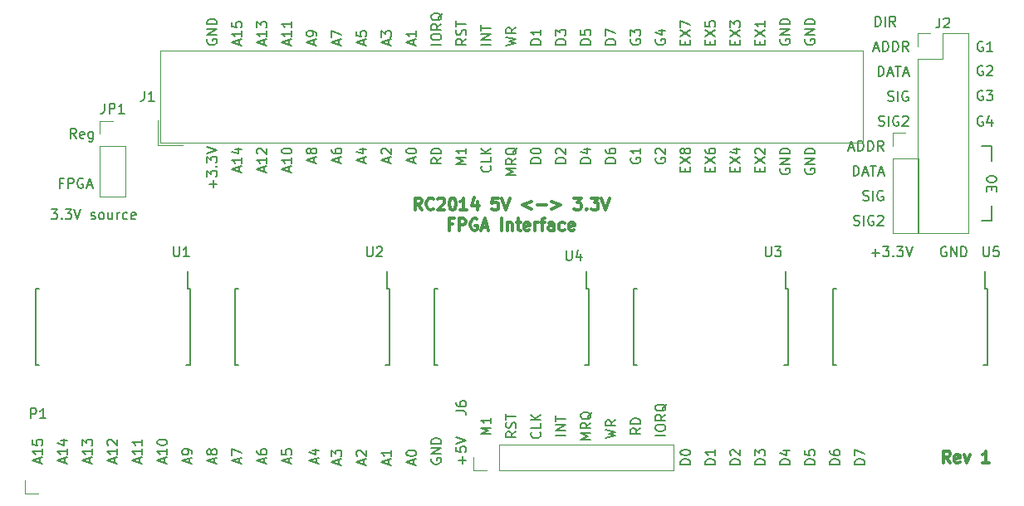
<source format=gto>
G04 #@! TF.FileFunction,Legend,Top*
%FSLAX46Y46*%
G04 Gerber Fmt 4.6, Leading zero omitted, Abs format (unit mm)*
G04 Created by KiCad (PCBNEW 4.0.7) date Wed Feb  7 00:44:32 2018*
%MOMM*%
%LPD*%
G01*
G04 APERTURE LIST*
%ADD10C,0.100000*%
%ADD11C,0.200000*%
%ADD12C,0.300000*%
%ADD13C,0.150000*%
%ADD14C,0.120000*%
G04 APERTURE END LIST*
D10*
D11*
X145399524Y-136929762D02*
X145542381Y-136977381D01*
X145780477Y-136977381D01*
X145875715Y-136929762D01*
X145923334Y-136882143D01*
X145970953Y-136786905D01*
X145970953Y-136691667D01*
X145923334Y-136596429D01*
X145875715Y-136548810D01*
X145780477Y-136501190D01*
X145590000Y-136453571D01*
X145494762Y-136405952D01*
X145447143Y-136358333D01*
X145399524Y-136263095D01*
X145399524Y-136167857D01*
X145447143Y-136072619D01*
X145494762Y-136025000D01*
X145590000Y-135977381D01*
X145828096Y-135977381D01*
X145970953Y-136025000D01*
X146399524Y-136977381D02*
X146399524Y-135977381D01*
X147399524Y-136025000D02*
X147304286Y-135977381D01*
X147161429Y-135977381D01*
X147018571Y-136025000D01*
X146923333Y-136120238D01*
X146875714Y-136215476D01*
X146828095Y-136405952D01*
X146828095Y-136548810D01*
X146875714Y-136739286D01*
X146923333Y-136834524D01*
X147018571Y-136929762D01*
X147161429Y-136977381D01*
X147256667Y-136977381D01*
X147399524Y-136929762D01*
X147447143Y-136882143D01*
X147447143Y-136548810D01*
X147256667Y-136548810D01*
X147828095Y-136072619D02*
X147875714Y-136025000D01*
X147970952Y-135977381D01*
X148209048Y-135977381D01*
X148304286Y-136025000D01*
X148351905Y-136072619D01*
X148399524Y-136167857D01*
X148399524Y-136263095D01*
X148351905Y-136405952D01*
X147780476Y-136977381D01*
X148399524Y-136977381D01*
X146351905Y-134389762D02*
X146494762Y-134437381D01*
X146732858Y-134437381D01*
X146828096Y-134389762D01*
X146875715Y-134342143D01*
X146923334Y-134246905D01*
X146923334Y-134151667D01*
X146875715Y-134056429D01*
X146828096Y-134008810D01*
X146732858Y-133961190D01*
X146542381Y-133913571D01*
X146447143Y-133865952D01*
X146399524Y-133818333D01*
X146351905Y-133723095D01*
X146351905Y-133627857D01*
X146399524Y-133532619D01*
X146447143Y-133485000D01*
X146542381Y-133437381D01*
X146780477Y-133437381D01*
X146923334Y-133485000D01*
X147351905Y-134437381D02*
X147351905Y-133437381D01*
X148351905Y-133485000D02*
X148256667Y-133437381D01*
X148113810Y-133437381D01*
X147970952Y-133485000D01*
X147875714Y-133580238D01*
X147828095Y-133675476D01*
X147780476Y-133865952D01*
X147780476Y-134008810D01*
X147828095Y-134199286D01*
X147875714Y-134294524D01*
X147970952Y-134389762D01*
X148113810Y-134437381D01*
X148209048Y-134437381D01*
X148351905Y-134389762D01*
X148399524Y-134342143D01*
X148399524Y-134008810D01*
X148209048Y-134008810D01*
X145351904Y-131897381D02*
X145351904Y-130897381D01*
X145589999Y-130897381D01*
X145732857Y-130945000D01*
X145828095Y-131040238D01*
X145875714Y-131135476D01*
X145923333Y-131325952D01*
X145923333Y-131468810D01*
X145875714Y-131659286D01*
X145828095Y-131754524D01*
X145732857Y-131849762D01*
X145589999Y-131897381D01*
X145351904Y-131897381D01*
X146304285Y-131611667D02*
X146780476Y-131611667D01*
X146209047Y-131897381D02*
X146542380Y-130897381D01*
X146875714Y-131897381D01*
X147066190Y-130897381D02*
X147637619Y-130897381D01*
X147351904Y-131897381D02*
X147351904Y-130897381D01*
X147923333Y-131611667D02*
X148399524Y-131611667D01*
X147828095Y-131897381D02*
X148161428Y-130897381D01*
X148494762Y-131897381D01*
X144923333Y-129071667D02*
X145399524Y-129071667D01*
X144828095Y-129357381D02*
X145161428Y-128357381D01*
X145494762Y-129357381D01*
X145828095Y-129357381D02*
X145828095Y-128357381D01*
X146066190Y-128357381D01*
X146209048Y-128405000D01*
X146304286Y-128500238D01*
X146351905Y-128595476D01*
X146399524Y-128785952D01*
X146399524Y-128928810D01*
X146351905Y-129119286D01*
X146304286Y-129214524D01*
X146209048Y-129309762D01*
X146066190Y-129357381D01*
X145828095Y-129357381D01*
X146828095Y-129357381D02*
X146828095Y-128357381D01*
X147066190Y-128357381D01*
X147209048Y-128405000D01*
X147304286Y-128500238D01*
X147351905Y-128595476D01*
X147399524Y-128785952D01*
X147399524Y-128928810D01*
X147351905Y-129119286D01*
X147304286Y-129214524D01*
X147209048Y-129309762D01*
X147066190Y-129357381D01*
X146828095Y-129357381D01*
X148399524Y-129357381D02*
X148066190Y-128881190D01*
X147828095Y-129357381D02*
X147828095Y-128357381D01*
X148209048Y-128357381D01*
X148304286Y-128405000D01*
X148351905Y-128452619D01*
X148399524Y-128547857D01*
X148399524Y-128690714D01*
X148351905Y-128785952D01*
X148304286Y-128833571D01*
X148209048Y-128881190D01*
X147828095Y-128881190D01*
X140470000Y-117983095D02*
X140422381Y-118078333D01*
X140422381Y-118221190D01*
X140470000Y-118364048D01*
X140565238Y-118459286D01*
X140660476Y-118506905D01*
X140850952Y-118554524D01*
X140993810Y-118554524D01*
X141184286Y-118506905D01*
X141279524Y-118459286D01*
X141374762Y-118364048D01*
X141422381Y-118221190D01*
X141422381Y-118125952D01*
X141374762Y-117983095D01*
X141327143Y-117935476D01*
X140993810Y-117935476D01*
X140993810Y-118125952D01*
X141422381Y-117506905D02*
X140422381Y-117506905D01*
X141422381Y-116935476D01*
X140422381Y-116935476D01*
X141422381Y-116459286D02*
X140422381Y-116459286D01*
X140422381Y-116221191D01*
X140470000Y-116078333D01*
X140565238Y-115983095D01*
X140660476Y-115935476D01*
X140850952Y-115887857D01*
X140993810Y-115887857D01*
X141184286Y-115935476D01*
X141279524Y-115983095D01*
X141374762Y-116078333D01*
X141422381Y-116221191D01*
X141422381Y-116459286D01*
X135818571Y-118507680D02*
X135818571Y-118174346D01*
X136342381Y-118031489D02*
X136342381Y-118507680D01*
X135342381Y-118507680D01*
X135342381Y-118031489D01*
X135342381Y-117698156D02*
X136342381Y-117031489D01*
X135342381Y-117031489D02*
X136342381Y-117698156D01*
X136342381Y-116126727D02*
X136342381Y-116698156D01*
X136342381Y-116412442D02*
X135342381Y-116412442D01*
X135485238Y-116507680D01*
X135580476Y-116602918D01*
X135628095Y-116698156D01*
X133278571Y-118506905D02*
X133278571Y-118173571D01*
X133802381Y-118030714D02*
X133802381Y-118506905D01*
X132802381Y-118506905D01*
X132802381Y-118030714D01*
X132802381Y-117697381D02*
X133802381Y-117030714D01*
X132802381Y-117030714D02*
X133802381Y-117697381D01*
X132802381Y-116745000D02*
X132802381Y-116125952D01*
X133183333Y-116459286D01*
X133183333Y-116316428D01*
X133230952Y-116221190D01*
X133278571Y-116173571D01*
X133373810Y-116125952D01*
X133611905Y-116125952D01*
X133707143Y-116173571D01*
X133754762Y-116221190D01*
X133802381Y-116316428D01*
X133802381Y-116602143D01*
X133754762Y-116697381D01*
X133707143Y-116745000D01*
X130738571Y-118506905D02*
X130738571Y-118173571D01*
X131262381Y-118030714D02*
X131262381Y-118506905D01*
X130262381Y-118506905D01*
X130262381Y-118030714D01*
X130262381Y-117697381D02*
X131262381Y-117030714D01*
X130262381Y-117030714D02*
X131262381Y-117697381D01*
X130262381Y-116173571D02*
X130262381Y-116649762D01*
X130738571Y-116697381D01*
X130690952Y-116649762D01*
X130643333Y-116554524D01*
X130643333Y-116316428D01*
X130690952Y-116221190D01*
X130738571Y-116173571D01*
X130833810Y-116125952D01*
X131071905Y-116125952D01*
X131167143Y-116173571D01*
X131214762Y-116221190D01*
X131262381Y-116316428D01*
X131262381Y-116554524D01*
X131214762Y-116649762D01*
X131167143Y-116697381D01*
X128198571Y-118506905D02*
X128198571Y-118173571D01*
X128722381Y-118030714D02*
X128722381Y-118506905D01*
X127722381Y-118506905D01*
X127722381Y-118030714D01*
X127722381Y-117697381D02*
X128722381Y-117030714D01*
X127722381Y-117030714D02*
X128722381Y-117697381D01*
X127722381Y-116745000D02*
X127722381Y-116078333D01*
X128722381Y-116506905D01*
X140470000Y-131190714D02*
X140422381Y-131285952D01*
X140422381Y-131428809D01*
X140470000Y-131571667D01*
X140565238Y-131666905D01*
X140660476Y-131714524D01*
X140850952Y-131762143D01*
X140993810Y-131762143D01*
X141184286Y-131714524D01*
X141279524Y-131666905D01*
X141374762Y-131571667D01*
X141422381Y-131428809D01*
X141422381Y-131333571D01*
X141374762Y-131190714D01*
X141327143Y-131143095D01*
X140993810Y-131143095D01*
X140993810Y-131333571D01*
X141422381Y-130714524D02*
X140422381Y-130714524D01*
X141422381Y-130143095D01*
X140422381Y-130143095D01*
X141422381Y-129666905D02*
X140422381Y-129666905D01*
X140422381Y-129428810D01*
X140470000Y-129285952D01*
X140565238Y-129190714D01*
X140660476Y-129143095D01*
X140850952Y-129095476D01*
X140993810Y-129095476D01*
X141184286Y-129143095D01*
X141279524Y-129190714D01*
X141374762Y-129285952D01*
X141422381Y-129428810D01*
X141422381Y-129666905D01*
X135818571Y-131476429D02*
X135818571Y-131143095D01*
X136342381Y-131000238D02*
X136342381Y-131476429D01*
X135342381Y-131476429D01*
X135342381Y-131000238D01*
X135342381Y-130666905D02*
X136342381Y-130000238D01*
X135342381Y-130000238D02*
X136342381Y-130666905D01*
X135437619Y-129666905D02*
X135390000Y-129619286D01*
X135342381Y-129524048D01*
X135342381Y-129285952D01*
X135390000Y-129190714D01*
X135437619Y-129143095D01*
X135532857Y-129095476D01*
X135628095Y-129095476D01*
X135770952Y-129143095D01*
X136342381Y-129714524D01*
X136342381Y-129095476D01*
X133278571Y-131476429D02*
X133278571Y-131143095D01*
X133802381Y-131000238D02*
X133802381Y-131476429D01*
X132802381Y-131476429D01*
X132802381Y-131000238D01*
X132802381Y-130666905D02*
X133802381Y-130000238D01*
X132802381Y-130000238D02*
X133802381Y-130666905D01*
X133135714Y-129190714D02*
X133802381Y-129190714D01*
X132754762Y-129428810D02*
X133469048Y-129666905D01*
X133469048Y-129047857D01*
X130738571Y-131476429D02*
X130738571Y-131143095D01*
X131262381Y-131000238D02*
X131262381Y-131476429D01*
X130262381Y-131476429D01*
X130262381Y-131000238D01*
X130262381Y-130666905D02*
X131262381Y-130000238D01*
X130262381Y-130000238D02*
X131262381Y-130666905D01*
X130262381Y-129190714D02*
X130262381Y-129381191D01*
X130310000Y-129476429D01*
X130357619Y-129524048D01*
X130500476Y-129619286D01*
X130690952Y-129666905D01*
X131071905Y-129666905D01*
X131167143Y-129619286D01*
X131214762Y-129571667D01*
X131262381Y-129476429D01*
X131262381Y-129285952D01*
X131214762Y-129190714D01*
X131167143Y-129143095D01*
X131071905Y-129095476D01*
X130833810Y-129095476D01*
X130738571Y-129143095D01*
X130690952Y-129190714D01*
X130643333Y-129285952D01*
X130643333Y-129476429D01*
X130690952Y-129571667D01*
X130738571Y-129619286D01*
X130833810Y-129666905D01*
X128198571Y-131476429D02*
X128198571Y-131143095D01*
X128722381Y-131000238D02*
X128722381Y-131476429D01*
X127722381Y-131476429D01*
X127722381Y-131000238D01*
X127722381Y-130666905D02*
X128722381Y-130000238D01*
X127722381Y-130000238D02*
X128722381Y-130666905D01*
X128150952Y-129476429D02*
X128103333Y-129571667D01*
X128055714Y-129619286D01*
X127960476Y-129666905D01*
X127912857Y-129666905D01*
X127817619Y-129619286D01*
X127770000Y-129571667D01*
X127722381Y-129476429D01*
X127722381Y-129285952D01*
X127770000Y-129190714D01*
X127817619Y-129143095D01*
X127912857Y-129095476D01*
X127960476Y-129095476D01*
X128055714Y-129143095D01*
X128103333Y-129190714D01*
X128150952Y-129285952D01*
X128150952Y-129476429D01*
X128198571Y-129571667D01*
X128246190Y-129619286D01*
X128341429Y-129666905D01*
X128531905Y-129666905D01*
X128627143Y-129619286D01*
X128674762Y-129571667D01*
X128722381Y-129476429D01*
X128722381Y-129285952D01*
X128674762Y-129190714D01*
X128627143Y-129143095D01*
X128531905Y-129095476D01*
X128341429Y-129095476D01*
X128246190Y-129143095D01*
X128198571Y-129190714D01*
X128150952Y-129285952D01*
D12*
X101347144Y-135382857D02*
X100947144Y-134811429D01*
X100661429Y-135382857D02*
X100661429Y-134182857D01*
X101118572Y-134182857D01*
X101232858Y-134240000D01*
X101290001Y-134297143D01*
X101347144Y-134411429D01*
X101347144Y-134582857D01*
X101290001Y-134697143D01*
X101232858Y-134754286D01*
X101118572Y-134811429D01*
X100661429Y-134811429D01*
X102547144Y-135268571D02*
X102490001Y-135325714D01*
X102318572Y-135382857D01*
X102204286Y-135382857D01*
X102032858Y-135325714D01*
X101918572Y-135211429D01*
X101861429Y-135097143D01*
X101804286Y-134868571D01*
X101804286Y-134697143D01*
X101861429Y-134468571D01*
X101918572Y-134354286D01*
X102032858Y-134240000D01*
X102204286Y-134182857D01*
X102318572Y-134182857D01*
X102490001Y-134240000D01*
X102547144Y-134297143D01*
X103004286Y-134297143D02*
X103061429Y-134240000D01*
X103175715Y-134182857D01*
X103461429Y-134182857D01*
X103575715Y-134240000D01*
X103632858Y-134297143D01*
X103690001Y-134411429D01*
X103690001Y-134525714D01*
X103632858Y-134697143D01*
X102947144Y-135382857D01*
X103690001Y-135382857D01*
X104432858Y-134182857D02*
X104547143Y-134182857D01*
X104661429Y-134240000D01*
X104718572Y-134297143D01*
X104775715Y-134411429D01*
X104832858Y-134640000D01*
X104832858Y-134925714D01*
X104775715Y-135154286D01*
X104718572Y-135268571D01*
X104661429Y-135325714D01*
X104547143Y-135382857D01*
X104432858Y-135382857D01*
X104318572Y-135325714D01*
X104261429Y-135268571D01*
X104204286Y-135154286D01*
X104147143Y-134925714D01*
X104147143Y-134640000D01*
X104204286Y-134411429D01*
X104261429Y-134297143D01*
X104318572Y-134240000D01*
X104432858Y-134182857D01*
X105975715Y-135382857D02*
X105290000Y-135382857D01*
X105632858Y-135382857D02*
X105632858Y-134182857D01*
X105518572Y-134354286D01*
X105404286Y-134468571D01*
X105290000Y-134525714D01*
X107004286Y-134582857D02*
X107004286Y-135382857D01*
X106718572Y-134125714D02*
X106432857Y-134982857D01*
X107175715Y-134982857D01*
X109118572Y-134182857D02*
X108547143Y-134182857D01*
X108490000Y-134754286D01*
X108547143Y-134697143D01*
X108661429Y-134640000D01*
X108947143Y-134640000D01*
X109061429Y-134697143D01*
X109118572Y-134754286D01*
X109175715Y-134868571D01*
X109175715Y-135154286D01*
X109118572Y-135268571D01*
X109061429Y-135325714D01*
X108947143Y-135382857D01*
X108661429Y-135382857D01*
X108547143Y-135325714D01*
X108490000Y-135268571D01*
X109518572Y-134182857D02*
X109918572Y-135382857D01*
X110318572Y-134182857D01*
X112547143Y-134582857D02*
X111632857Y-134925714D01*
X112547143Y-135268571D01*
X113118571Y-134925714D02*
X114032857Y-134925714D01*
X114604285Y-134582857D02*
X115518571Y-134925714D01*
X114604285Y-135268571D01*
X116890000Y-134182857D02*
X117632857Y-134182857D01*
X117232857Y-134640000D01*
X117404285Y-134640000D01*
X117518571Y-134697143D01*
X117575714Y-134754286D01*
X117632857Y-134868571D01*
X117632857Y-135154286D01*
X117575714Y-135268571D01*
X117518571Y-135325714D01*
X117404285Y-135382857D01*
X117061428Y-135382857D01*
X116947142Y-135325714D01*
X116890000Y-135268571D01*
X118147142Y-135268571D02*
X118204285Y-135325714D01*
X118147142Y-135382857D01*
X118089999Y-135325714D01*
X118147142Y-135268571D01*
X118147142Y-135382857D01*
X118604286Y-134182857D02*
X119347143Y-134182857D01*
X118947143Y-134640000D01*
X119118571Y-134640000D01*
X119232857Y-134697143D01*
X119290000Y-134754286D01*
X119347143Y-134868571D01*
X119347143Y-135154286D01*
X119290000Y-135268571D01*
X119232857Y-135325714D01*
X119118571Y-135382857D01*
X118775714Y-135382857D01*
X118661428Y-135325714D01*
X118604286Y-135268571D01*
X119690000Y-134182857D02*
X120090000Y-135382857D01*
X120490000Y-134182857D01*
X104518573Y-136854286D02*
X104118573Y-136854286D01*
X104118573Y-137482857D02*
X104118573Y-136282857D01*
X104690002Y-136282857D01*
X105147144Y-137482857D02*
X105147144Y-136282857D01*
X105604287Y-136282857D01*
X105718573Y-136340000D01*
X105775716Y-136397143D01*
X105832859Y-136511429D01*
X105832859Y-136682857D01*
X105775716Y-136797143D01*
X105718573Y-136854286D01*
X105604287Y-136911429D01*
X105147144Y-136911429D01*
X106975716Y-136340000D02*
X106861430Y-136282857D01*
X106690001Y-136282857D01*
X106518573Y-136340000D01*
X106404287Y-136454286D01*
X106347144Y-136568571D01*
X106290001Y-136797143D01*
X106290001Y-136968571D01*
X106347144Y-137197143D01*
X106404287Y-137311429D01*
X106518573Y-137425714D01*
X106690001Y-137482857D01*
X106804287Y-137482857D01*
X106975716Y-137425714D01*
X107032859Y-137368571D01*
X107032859Y-136968571D01*
X106804287Y-136968571D01*
X107490001Y-137140000D02*
X108061430Y-137140000D01*
X107375716Y-137482857D02*
X107775716Y-136282857D01*
X108175716Y-137482857D01*
X109490001Y-137482857D02*
X109490001Y-136282857D01*
X110061430Y-136682857D02*
X110061430Y-137482857D01*
X110061430Y-136797143D02*
X110118573Y-136740000D01*
X110232859Y-136682857D01*
X110404287Y-136682857D01*
X110518573Y-136740000D01*
X110575716Y-136854286D01*
X110575716Y-137482857D01*
X110975716Y-136682857D02*
X111432859Y-136682857D01*
X111147144Y-136282857D02*
X111147144Y-137311429D01*
X111204287Y-137425714D01*
X111318573Y-137482857D01*
X111432859Y-137482857D01*
X112290001Y-137425714D02*
X112175715Y-137482857D01*
X111947144Y-137482857D01*
X111832858Y-137425714D01*
X111775715Y-137311429D01*
X111775715Y-136854286D01*
X111832858Y-136740000D01*
X111947144Y-136682857D01*
X112175715Y-136682857D01*
X112290001Y-136740000D01*
X112347144Y-136854286D01*
X112347144Y-136968571D01*
X111775715Y-137082857D01*
X112861429Y-137482857D02*
X112861429Y-136682857D01*
X112861429Y-136911429D02*
X112918572Y-136797143D01*
X112975715Y-136740000D01*
X113090001Y-136682857D01*
X113204286Y-136682857D01*
X113432858Y-136682857D02*
X113890001Y-136682857D01*
X113604286Y-137482857D02*
X113604286Y-136454286D01*
X113661429Y-136340000D01*
X113775715Y-136282857D01*
X113890001Y-136282857D01*
X114804286Y-137482857D02*
X114804286Y-136854286D01*
X114747143Y-136740000D01*
X114632857Y-136682857D01*
X114404286Y-136682857D01*
X114290000Y-136740000D01*
X114804286Y-137425714D02*
X114690000Y-137482857D01*
X114404286Y-137482857D01*
X114290000Y-137425714D01*
X114232857Y-137311429D01*
X114232857Y-137197143D01*
X114290000Y-137082857D01*
X114404286Y-137025714D01*
X114690000Y-137025714D01*
X114804286Y-136968571D01*
X115890000Y-137425714D02*
X115775714Y-137482857D01*
X115547143Y-137482857D01*
X115432857Y-137425714D01*
X115375714Y-137368571D01*
X115318571Y-137254286D01*
X115318571Y-136911429D01*
X115375714Y-136797143D01*
X115432857Y-136740000D01*
X115547143Y-136682857D01*
X115775714Y-136682857D01*
X115890000Y-136740000D01*
X116861428Y-137425714D02*
X116747142Y-137482857D01*
X116518571Y-137482857D01*
X116404285Y-137425714D01*
X116347142Y-137311429D01*
X116347142Y-136854286D01*
X116404285Y-136740000D01*
X116518571Y-136682857D01*
X116747142Y-136682857D01*
X116861428Y-136740000D01*
X116918571Y-136854286D01*
X116918571Y-136968571D01*
X116347142Y-137082857D01*
X155216429Y-161197857D02*
X154816429Y-160626429D01*
X154530714Y-161197857D02*
X154530714Y-159997857D01*
X154987857Y-159997857D01*
X155102143Y-160055000D01*
X155159286Y-160112143D01*
X155216429Y-160226429D01*
X155216429Y-160397857D01*
X155159286Y-160512143D01*
X155102143Y-160569286D01*
X154987857Y-160626429D01*
X154530714Y-160626429D01*
X156187857Y-161140714D02*
X156073571Y-161197857D01*
X155845000Y-161197857D01*
X155730714Y-161140714D01*
X155673571Y-161026429D01*
X155673571Y-160569286D01*
X155730714Y-160455000D01*
X155845000Y-160397857D01*
X156073571Y-160397857D01*
X156187857Y-160455000D01*
X156245000Y-160569286D01*
X156245000Y-160683571D01*
X155673571Y-160797857D01*
X156645000Y-160397857D02*
X156930714Y-161197857D01*
X157216428Y-160397857D01*
X159216429Y-161197857D02*
X158530714Y-161197857D01*
X158873572Y-161197857D02*
X158873572Y-159997857D01*
X158759286Y-160169286D01*
X158645000Y-160283571D01*
X158530714Y-160340714D01*
D11*
X64754286Y-132643571D02*
X64420952Y-132643571D01*
X64420952Y-133167381D02*
X64420952Y-132167381D01*
X64897143Y-132167381D01*
X65278095Y-133167381D02*
X65278095Y-132167381D01*
X65659048Y-132167381D01*
X65754286Y-132215000D01*
X65801905Y-132262619D01*
X65849524Y-132357857D01*
X65849524Y-132500714D01*
X65801905Y-132595952D01*
X65754286Y-132643571D01*
X65659048Y-132691190D01*
X65278095Y-132691190D01*
X66801905Y-132215000D02*
X66706667Y-132167381D01*
X66563810Y-132167381D01*
X66420952Y-132215000D01*
X66325714Y-132310238D01*
X66278095Y-132405476D01*
X66230476Y-132595952D01*
X66230476Y-132738810D01*
X66278095Y-132929286D01*
X66325714Y-133024524D01*
X66420952Y-133119762D01*
X66563810Y-133167381D01*
X66659048Y-133167381D01*
X66801905Y-133119762D01*
X66849524Y-133072143D01*
X66849524Y-132738810D01*
X66659048Y-132738810D01*
X67230476Y-132881667D02*
X67706667Y-132881667D01*
X67135238Y-133167381D02*
X67468571Y-132167381D01*
X67801905Y-133167381D01*
X66103572Y-128087381D02*
X65770238Y-127611190D01*
X65532143Y-128087381D02*
X65532143Y-127087381D01*
X65913096Y-127087381D01*
X66008334Y-127135000D01*
X66055953Y-127182619D01*
X66103572Y-127277857D01*
X66103572Y-127420714D01*
X66055953Y-127515952D01*
X66008334Y-127563571D01*
X65913096Y-127611190D01*
X65532143Y-127611190D01*
X66913096Y-128039762D02*
X66817858Y-128087381D01*
X66627381Y-128087381D01*
X66532143Y-128039762D01*
X66484524Y-127944524D01*
X66484524Y-127563571D01*
X66532143Y-127468333D01*
X66627381Y-127420714D01*
X66817858Y-127420714D01*
X66913096Y-127468333D01*
X66960715Y-127563571D01*
X66960715Y-127658810D01*
X66484524Y-127754048D01*
X67817858Y-127420714D02*
X67817858Y-128230238D01*
X67770239Y-128325476D01*
X67722620Y-128373095D01*
X67627381Y-128420714D01*
X67484524Y-128420714D01*
X67389286Y-128373095D01*
X67817858Y-128039762D02*
X67722620Y-128087381D01*
X67532143Y-128087381D01*
X67436905Y-128039762D01*
X67389286Y-127992143D01*
X67341667Y-127896905D01*
X67341667Y-127611190D01*
X67389286Y-127515952D01*
X67436905Y-127468333D01*
X67532143Y-127420714D01*
X67722620Y-127420714D01*
X67817858Y-127468333D01*
X63580475Y-135342381D02*
X64199523Y-135342381D01*
X63866189Y-135723333D01*
X64009047Y-135723333D01*
X64104285Y-135770952D01*
X64151904Y-135818571D01*
X64199523Y-135913810D01*
X64199523Y-136151905D01*
X64151904Y-136247143D01*
X64104285Y-136294762D01*
X64009047Y-136342381D01*
X63723332Y-136342381D01*
X63628094Y-136294762D01*
X63580475Y-136247143D01*
X64628094Y-136247143D02*
X64675713Y-136294762D01*
X64628094Y-136342381D01*
X64580475Y-136294762D01*
X64628094Y-136247143D01*
X64628094Y-136342381D01*
X65009046Y-135342381D02*
X65628094Y-135342381D01*
X65294760Y-135723333D01*
X65437618Y-135723333D01*
X65532856Y-135770952D01*
X65580475Y-135818571D01*
X65628094Y-135913810D01*
X65628094Y-136151905D01*
X65580475Y-136247143D01*
X65532856Y-136294762D01*
X65437618Y-136342381D01*
X65151903Y-136342381D01*
X65056665Y-136294762D01*
X65009046Y-136247143D01*
X65913808Y-135342381D02*
X66247141Y-136342381D01*
X66580475Y-135342381D01*
X67628094Y-136294762D02*
X67723332Y-136342381D01*
X67913808Y-136342381D01*
X68009047Y-136294762D01*
X68056666Y-136199524D01*
X68056666Y-136151905D01*
X68009047Y-136056667D01*
X67913808Y-136009048D01*
X67770951Y-136009048D01*
X67675713Y-135961429D01*
X67628094Y-135866190D01*
X67628094Y-135818571D01*
X67675713Y-135723333D01*
X67770951Y-135675714D01*
X67913808Y-135675714D01*
X68009047Y-135723333D01*
X68628094Y-136342381D02*
X68532856Y-136294762D01*
X68485237Y-136247143D01*
X68437618Y-136151905D01*
X68437618Y-135866190D01*
X68485237Y-135770952D01*
X68532856Y-135723333D01*
X68628094Y-135675714D01*
X68770952Y-135675714D01*
X68866190Y-135723333D01*
X68913809Y-135770952D01*
X68961428Y-135866190D01*
X68961428Y-136151905D01*
X68913809Y-136247143D01*
X68866190Y-136294762D01*
X68770952Y-136342381D01*
X68628094Y-136342381D01*
X69818571Y-135675714D02*
X69818571Y-136342381D01*
X69389999Y-135675714D02*
X69389999Y-136199524D01*
X69437618Y-136294762D01*
X69532856Y-136342381D01*
X69675714Y-136342381D01*
X69770952Y-136294762D01*
X69818571Y-136247143D01*
X70294761Y-136342381D02*
X70294761Y-135675714D01*
X70294761Y-135866190D02*
X70342380Y-135770952D01*
X70389999Y-135723333D01*
X70485237Y-135675714D01*
X70580476Y-135675714D01*
X71342381Y-136294762D02*
X71247143Y-136342381D01*
X71056666Y-136342381D01*
X70961428Y-136294762D01*
X70913809Y-136247143D01*
X70866190Y-136151905D01*
X70866190Y-135866190D01*
X70913809Y-135770952D01*
X70961428Y-135723333D01*
X71056666Y-135675714D01*
X71247143Y-135675714D01*
X71342381Y-135723333D01*
X72151905Y-136294762D02*
X72056667Y-136342381D01*
X71866190Y-136342381D01*
X71770952Y-136294762D01*
X71723333Y-136199524D01*
X71723333Y-135818571D01*
X71770952Y-135723333D01*
X71866190Y-135675714D01*
X72056667Y-135675714D01*
X72151905Y-135723333D01*
X72199524Y-135818571D01*
X72199524Y-135913810D01*
X71723333Y-136009048D01*
X159420997Y-136458609D02*
X158404997Y-136458609D01*
X159420997Y-134934609D02*
X159420997Y-136458609D01*
X159420997Y-128838609D02*
X159420997Y-130362609D01*
X158404997Y-128838609D02*
X159420997Y-128838609D01*
X159932619Y-132167381D02*
X159932619Y-132357858D01*
X159885000Y-132453096D01*
X159789762Y-132548334D01*
X159599286Y-132595953D01*
X159265952Y-132595953D01*
X159075476Y-132548334D01*
X158980238Y-132453096D01*
X158932619Y-132357858D01*
X158932619Y-132167381D01*
X158980238Y-132072143D01*
X159075476Y-131976905D01*
X159265952Y-131929286D01*
X159599286Y-131929286D01*
X159789762Y-131976905D01*
X159885000Y-132072143D01*
X159932619Y-132167381D01*
X159456429Y-133024524D02*
X159456429Y-133357858D01*
X158932619Y-133500715D02*
X158932619Y-133024524D01*
X159932619Y-133024524D01*
X159932619Y-133500715D01*
X147590000Y-116657381D02*
X147590000Y-115657381D01*
X147828095Y-115657381D01*
X147970953Y-115705000D01*
X148066191Y-115800238D01*
X148113810Y-115895476D01*
X148161429Y-116085952D01*
X148161429Y-116228810D01*
X148113810Y-116419286D01*
X148066191Y-116514524D01*
X147970953Y-116609762D01*
X147828095Y-116657381D01*
X147590000Y-116657381D01*
X148590000Y-116657381D02*
X148590000Y-115657381D01*
X149637619Y-116657381D02*
X149304285Y-116181190D01*
X149066190Y-116657381D02*
X149066190Y-115657381D01*
X149447143Y-115657381D01*
X149542381Y-115705000D01*
X149590000Y-115752619D01*
X149637619Y-115847857D01*
X149637619Y-115990714D01*
X149590000Y-116085952D01*
X149542381Y-116133571D01*
X149447143Y-116181190D01*
X149066190Y-116181190D01*
X147939524Y-126769762D02*
X148082381Y-126817381D01*
X148320477Y-126817381D01*
X148415715Y-126769762D01*
X148463334Y-126722143D01*
X148510953Y-126626905D01*
X148510953Y-126531667D01*
X148463334Y-126436429D01*
X148415715Y-126388810D01*
X148320477Y-126341190D01*
X148130000Y-126293571D01*
X148034762Y-126245952D01*
X147987143Y-126198333D01*
X147939524Y-126103095D01*
X147939524Y-126007857D01*
X147987143Y-125912619D01*
X148034762Y-125865000D01*
X148130000Y-125817381D01*
X148368096Y-125817381D01*
X148510953Y-125865000D01*
X148939524Y-126817381D02*
X148939524Y-125817381D01*
X149939524Y-125865000D02*
X149844286Y-125817381D01*
X149701429Y-125817381D01*
X149558571Y-125865000D01*
X149463333Y-125960238D01*
X149415714Y-126055476D01*
X149368095Y-126245952D01*
X149368095Y-126388810D01*
X149415714Y-126579286D01*
X149463333Y-126674524D01*
X149558571Y-126769762D01*
X149701429Y-126817381D01*
X149796667Y-126817381D01*
X149939524Y-126769762D01*
X149987143Y-126722143D01*
X149987143Y-126388810D01*
X149796667Y-126388810D01*
X150368095Y-125912619D02*
X150415714Y-125865000D01*
X150510952Y-125817381D01*
X150749048Y-125817381D01*
X150844286Y-125865000D01*
X150891905Y-125912619D01*
X150939524Y-126007857D01*
X150939524Y-126103095D01*
X150891905Y-126245952D01*
X150320476Y-126817381D01*
X150939524Y-126817381D01*
X148891905Y-124229762D02*
X149034762Y-124277381D01*
X149272858Y-124277381D01*
X149368096Y-124229762D01*
X149415715Y-124182143D01*
X149463334Y-124086905D01*
X149463334Y-123991667D01*
X149415715Y-123896429D01*
X149368096Y-123848810D01*
X149272858Y-123801190D01*
X149082381Y-123753571D01*
X148987143Y-123705952D01*
X148939524Y-123658333D01*
X148891905Y-123563095D01*
X148891905Y-123467857D01*
X148939524Y-123372619D01*
X148987143Y-123325000D01*
X149082381Y-123277381D01*
X149320477Y-123277381D01*
X149463334Y-123325000D01*
X149891905Y-124277381D02*
X149891905Y-123277381D01*
X150891905Y-123325000D02*
X150796667Y-123277381D01*
X150653810Y-123277381D01*
X150510952Y-123325000D01*
X150415714Y-123420238D01*
X150368095Y-123515476D01*
X150320476Y-123705952D01*
X150320476Y-123848810D01*
X150368095Y-124039286D01*
X150415714Y-124134524D01*
X150510952Y-124229762D01*
X150653810Y-124277381D01*
X150749048Y-124277381D01*
X150891905Y-124229762D01*
X150939524Y-124182143D01*
X150939524Y-123848810D01*
X150749048Y-123848810D01*
X147891904Y-121737381D02*
X147891904Y-120737381D01*
X148129999Y-120737381D01*
X148272857Y-120785000D01*
X148368095Y-120880238D01*
X148415714Y-120975476D01*
X148463333Y-121165952D01*
X148463333Y-121308810D01*
X148415714Y-121499286D01*
X148368095Y-121594524D01*
X148272857Y-121689762D01*
X148129999Y-121737381D01*
X147891904Y-121737381D01*
X148844285Y-121451667D02*
X149320476Y-121451667D01*
X148749047Y-121737381D02*
X149082380Y-120737381D01*
X149415714Y-121737381D01*
X149606190Y-120737381D02*
X150177619Y-120737381D01*
X149891904Y-121737381D02*
X149891904Y-120737381D01*
X150463333Y-121451667D02*
X150939524Y-121451667D01*
X150368095Y-121737381D02*
X150701428Y-120737381D01*
X151034762Y-121737381D01*
X147463333Y-118911667D02*
X147939524Y-118911667D01*
X147368095Y-119197381D02*
X147701428Y-118197381D01*
X148034762Y-119197381D01*
X148368095Y-119197381D02*
X148368095Y-118197381D01*
X148606190Y-118197381D01*
X148749048Y-118245000D01*
X148844286Y-118340238D01*
X148891905Y-118435476D01*
X148939524Y-118625952D01*
X148939524Y-118768810D01*
X148891905Y-118959286D01*
X148844286Y-119054524D01*
X148749048Y-119149762D01*
X148606190Y-119197381D01*
X148368095Y-119197381D01*
X149368095Y-119197381D02*
X149368095Y-118197381D01*
X149606190Y-118197381D01*
X149749048Y-118245000D01*
X149844286Y-118340238D01*
X149891905Y-118435476D01*
X149939524Y-118625952D01*
X149939524Y-118768810D01*
X149891905Y-118959286D01*
X149844286Y-119054524D01*
X149749048Y-119149762D01*
X149606190Y-119197381D01*
X149368095Y-119197381D01*
X150939524Y-119197381D02*
X150606190Y-118721190D01*
X150368095Y-119197381D02*
X150368095Y-118197381D01*
X150749048Y-118197381D01*
X150844286Y-118245000D01*
X150891905Y-118292619D01*
X150939524Y-118387857D01*
X150939524Y-118530714D01*
X150891905Y-118625952D01*
X150844286Y-118673571D01*
X150749048Y-118721190D01*
X150368095Y-118721190D01*
X147225000Y-139771429D02*
X147986905Y-139771429D01*
X147605953Y-140152381D02*
X147605953Y-139390476D01*
X148367857Y-139152381D02*
X148986905Y-139152381D01*
X148653571Y-139533333D01*
X148796429Y-139533333D01*
X148891667Y-139580952D01*
X148939286Y-139628571D01*
X148986905Y-139723810D01*
X148986905Y-139961905D01*
X148939286Y-140057143D01*
X148891667Y-140104762D01*
X148796429Y-140152381D01*
X148510714Y-140152381D01*
X148415476Y-140104762D01*
X148367857Y-140057143D01*
X149415476Y-140057143D02*
X149463095Y-140104762D01*
X149415476Y-140152381D01*
X149367857Y-140104762D01*
X149415476Y-140057143D01*
X149415476Y-140152381D01*
X149796428Y-139152381D02*
X150415476Y-139152381D01*
X150082142Y-139533333D01*
X150225000Y-139533333D01*
X150320238Y-139580952D01*
X150367857Y-139628571D01*
X150415476Y-139723810D01*
X150415476Y-139961905D01*
X150367857Y-140057143D01*
X150320238Y-140104762D01*
X150225000Y-140152381D01*
X149939285Y-140152381D01*
X149844047Y-140104762D01*
X149796428Y-140057143D01*
X150701190Y-139152381D02*
X151034523Y-140152381D01*
X151367857Y-139152381D01*
X154813096Y-139200000D02*
X154717858Y-139152381D01*
X154575001Y-139152381D01*
X154432143Y-139200000D01*
X154336905Y-139295238D01*
X154289286Y-139390476D01*
X154241667Y-139580952D01*
X154241667Y-139723810D01*
X154289286Y-139914286D01*
X154336905Y-140009524D01*
X154432143Y-140104762D01*
X154575001Y-140152381D01*
X154670239Y-140152381D01*
X154813096Y-140104762D01*
X154860715Y-140057143D01*
X154860715Y-139723810D01*
X154670239Y-139723810D01*
X155289286Y-140152381D02*
X155289286Y-139152381D01*
X155860715Y-140152381D01*
X155860715Y-139152381D01*
X156336905Y-140152381D02*
X156336905Y-139152381D01*
X156575000Y-139152381D01*
X156717858Y-139200000D01*
X156813096Y-139295238D01*
X156860715Y-139390476D01*
X156908334Y-139580952D01*
X156908334Y-139723810D01*
X156860715Y-139914286D01*
X156813096Y-140009524D01*
X156717858Y-140104762D01*
X156575000Y-140152381D01*
X156336905Y-140152381D01*
X158535715Y-125865000D02*
X158440477Y-125817381D01*
X158297620Y-125817381D01*
X158154762Y-125865000D01*
X158059524Y-125960238D01*
X158011905Y-126055476D01*
X157964286Y-126245952D01*
X157964286Y-126388810D01*
X158011905Y-126579286D01*
X158059524Y-126674524D01*
X158154762Y-126769762D01*
X158297620Y-126817381D01*
X158392858Y-126817381D01*
X158535715Y-126769762D01*
X158583334Y-126722143D01*
X158583334Y-126388810D01*
X158392858Y-126388810D01*
X159440477Y-126150714D02*
X159440477Y-126817381D01*
X159202381Y-125769762D02*
X158964286Y-126484048D01*
X159583334Y-126484048D01*
X158535715Y-123258609D02*
X158440477Y-123210990D01*
X158297620Y-123210990D01*
X158154762Y-123258609D01*
X158059524Y-123353847D01*
X158011905Y-123449085D01*
X157964286Y-123639561D01*
X157964286Y-123782419D01*
X158011905Y-123972895D01*
X158059524Y-124068133D01*
X158154762Y-124163371D01*
X158297620Y-124210990D01*
X158392858Y-124210990D01*
X158535715Y-124163371D01*
X158583334Y-124115752D01*
X158583334Y-123782419D01*
X158392858Y-123782419D01*
X158916667Y-123210990D02*
X159535715Y-123210990D01*
X159202381Y-123591942D01*
X159345239Y-123591942D01*
X159440477Y-123639561D01*
X159488096Y-123687180D01*
X159535715Y-123782419D01*
X159535715Y-124020514D01*
X159488096Y-124115752D01*
X159440477Y-124163371D01*
X159345239Y-124210990D01*
X159059524Y-124210990D01*
X158964286Y-124163371D01*
X158916667Y-124115752D01*
X158535715Y-120718609D02*
X158440477Y-120670990D01*
X158297620Y-120670990D01*
X158154762Y-120718609D01*
X158059524Y-120813847D01*
X158011905Y-120909085D01*
X157964286Y-121099561D01*
X157964286Y-121242419D01*
X158011905Y-121432895D01*
X158059524Y-121528133D01*
X158154762Y-121623371D01*
X158297620Y-121670990D01*
X158392858Y-121670990D01*
X158535715Y-121623371D01*
X158583334Y-121575752D01*
X158583334Y-121242419D01*
X158392858Y-121242419D01*
X158964286Y-120766228D02*
X159011905Y-120718609D01*
X159107143Y-120670990D01*
X159345239Y-120670990D01*
X159440477Y-120718609D01*
X159488096Y-120766228D01*
X159535715Y-120861466D01*
X159535715Y-120956704D01*
X159488096Y-121099561D01*
X158916667Y-121670990D01*
X159535715Y-121670990D01*
X158535715Y-118245000D02*
X158440477Y-118197381D01*
X158297620Y-118197381D01*
X158154762Y-118245000D01*
X158059524Y-118340238D01*
X158011905Y-118435476D01*
X157964286Y-118625952D01*
X157964286Y-118768810D01*
X158011905Y-118959286D01*
X158059524Y-119054524D01*
X158154762Y-119149762D01*
X158297620Y-119197381D01*
X158392858Y-119197381D01*
X158535715Y-119149762D01*
X158583334Y-119102143D01*
X158583334Y-118768810D01*
X158392858Y-118768810D01*
X159535715Y-119197381D02*
X158964286Y-119197381D01*
X159250000Y-119197381D02*
X159250000Y-118197381D01*
X159154762Y-118340238D01*
X159059524Y-118435476D01*
X158964286Y-118483095D01*
X137930000Y-131190714D02*
X137882381Y-131285952D01*
X137882381Y-131428809D01*
X137930000Y-131571667D01*
X138025238Y-131666905D01*
X138120476Y-131714524D01*
X138310952Y-131762143D01*
X138453810Y-131762143D01*
X138644286Y-131714524D01*
X138739524Y-131666905D01*
X138834762Y-131571667D01*
X138882381Y-131428809D01*
X138882381Y-131333571D01*
X138834762Y-131190714D01*
X138787143Y-131143095D01*
X138453810Y-131143095D01*
X138453810Y-131333571D01*
X138882381Y-130714524D02*
X137882381Y-130714524D01*
X138882381Y-130143095D01*
X137882381Y-130143095D01*
X138882381Y-129666905D02*
X137882381Y-129666905D01*
X137882381Y-129428810D01*
X137930000Y-129285952D01*
X138025238Y-129190714D01*
X138120476Y-129143095D01*
X138310952Y-129095476D01*
X138453810Y-129095476D01*
X138644286Y-129143095D01*
X138739524Y-129190714D01*
X138834762Y-129285952D01*
X138882381Y-129428810D01*
X138882381Y-129666905D01*
X137930000Y-117983870D02*
X137882381Y-118079108D01*
X137882381Y-118221965D01*
X137930000Y-118364823D01*
X138025238Y-118460061D01*
X138120476Y-118507680D01*
X138310952Y-118555299D01*
X138453810Y-118555299D01*
X138644286Y-118507680D01*
X138739524Y-118460061D01*
X138834762Y-118364823D01*
X138882381Y-118221965D01*
X138882381Y-118126727D01*
X138834762Y-117983870D01*
X138787143Y-117936251D01*
X138453810Y-117936251D01*
X138453810Y-118126727D01*
X138882381Y-117507680D02*
X137882381Y-117507680D01*
X138882381Y-116936251D01*
X137882381Y-116936251D01*
X138882381Y-116460061D02*
X137882381Y-116460061D01*
X137882381Y-116221966D01*
X137930000Y-116079108D01*
X138025238Y-115983870D01*
X138120476Y-115936251D01*
X138310952Y-115888632D01*
X138453810Y-115888632D01*
X138644286Y-115936251D01*
X138739524Y-115983870D01*
X138834762Y-116079108D01*
X138882381Y-116221966D01*
X138882381Y-116460061D01*
X80081429Y-133143095D02*
X80081429Y-132381190D01*
X80462381Y-132762142D02*
X79700476Y-132762142D01*
X79462381Y-132000238D02*
X79462381Y-131381190D01*
X79843333Y-131714524D01*
X79843333Y-131571666D01*
X79890952Y-131476428D01*
X79938571Y-131428809D01*
X80033810Y-131381190D01*
X80271905Y-131381190D01*
X80367143Y-131428809D01*
X80414762Y-131476428D01*
X80462381Y-131571666D01*
X80462381Y-131857381D01*
X80414762Y-131952619D01*
X80367143Y-132000238D01*
X80367143Y-130952619D02*
X80414762Y-130905000D01*
X80462381Y-130952619D01*
X80414762Y-131000238D01*
X80367143Y-130952619D01*
X80462381Y-130952619D01*
X79462381Y-130571667D02*
X79462381Y-129952619D01*
X79843333Y-130285953D01*
X79843333Y-130143095D01*
X79890952Y-130047857D01*
X79938571Y-130000238D01*
X80033810Y-129952619D01*
X80271905Y-129952619D01*
X80367143Y-130000238D01*
X80414762Y-130047857D01*
X80462381Y-130143095D01*
X80462381Y-130428810D01*
X80414762Y-130524048D01*
X80367143Y-130571667D01*
X79462381Y-129666905D02*
X80462381Y-129333572D01*
X79462381Y-129000238D01*
X79510000Y-117983095D02*
X79462381Y-118078333D01*
X79462381Y-118221190D01*
X79510000Y-118364048D01*
X79605238Y-118459286D01*
X79700476Y-118506905D01*
X79890952Y-118554524D01*
X80033810Y-118554524D01*
X80224286Y-118506905D01*
X80319524Y-118459286D01*
X80414762Y-118364048D01*
X80462381Y-118221190D01*
X80462381Y-118125952D01*
X80414762Y-117983095D01*
X80367143Y-117935476D01*
X80033810Y-117935476D01*
X80033810Y-118125952D01*
X80462381Y-117506905D02*
X79462381Y-117506905D01*
X80462381Y-116935476D01*
X79462381Y-116935476D01*
X80462381Y-116459286D02*
X79462381Y-116459286D01*
X79462381Y-116221191D01*
X79510000Y-116078333D01*
X79605238Y-115983095D01*
X79700476Y-115935476D01*
X79890952Y-115887857D01*
X80033810Y-115887857D01*
X80224286Y-115935476D01*
X80319524Y-115983095D01*
X80414762Y-116078333D01*
X80462381Y-116221191D01*
X80462381Y-116459286D01*
X125230000Y-117983095D02*
X125182381Y-118078333D01*
X125182381Y-118221190D01*
X125230000Y-118364048D01*
X125325238Y-118459286D01*
X125420476Y-118506905D01*
X125610952Y-118554524D01*
X125753810Y-118554524D01*
X125944286Y-118506905D01*
X126039524Y-118459286D01*
X126134762Y-118364048D01*
X126182381Y-118221190D01*
X126182381Y-118125952D01*
X126134762Y-117983095D01*
X126087143Y-117935476D01*
X125753810Y-117935476D01*
X125753810Y-118125952D01*
X125515714Y-117078333D02*
X126182381Y-117078333D01*
X125134762Y-117316429D02*
X125849048Y-117554524D01*
X125849048Y-116935476D01*
X125230000Y-130095476D02*
X125182381Y-130190714D01*
X125182381Y-130333571D01*
X125230000Y-130476429D01*
X125325238Y-130571667D01*
X125420476Y-130619286D01*
X125610952Y-130666905D01*
X125753810Y-130666905D01*
X125944286Y-130619286D01*
X126039524Y-130571667D01*
X126134762Y-130476429D01*
X126182381Y-130333571D01*
X126182381Y-130238333D01*
X126134762Y-130095476D01*
X126087143Y-130047857D01*
X125753810Y-130047857D01*
X125753810Y-130238333D01*
X125277619Y-129666905D02*
X125230000Y-129619286D01*
X125182381Y-129524048D01*
X125182381Y-129285952D01*
X125230000Y-129190714D01*
X125277619Y-129143095D01*
X125372857Y-129095476D01*
X125468095Y-129095476D01*
X125610952Y-129143095D01*
X126182381Y-129714524D01*
X126182381Y-129095476D01*
X122690000Y-117983095D02*
X122642381Y-118078333D01*
X122642381Y-118221190D01*
X122690000Y-118364048D01*
X122785238Y-118459286D01*
X122880476Y-118506905D01*
X123070952Y-118554524D01*
X123213810Y-118554524D01*
X123404286Y-118506905D01*
X123499524Y-118459286D01*
X123594762Y-118364048D01*
X123642381Y-118221190D01*
X123642381Y-118125952D01*
X123594762Y-117983095D01*
X123547143Y-117935476D01*
X123213810Y-117935476D01*
X123213810Y-118125952D01*
X122642381Y-117602143D02*
X122642381Y-116983095D01*
X123023333Y-117316429D01*
X123023333Y-117173571D01*
X123070952Y-117078333D01*
X123118571Y-117030714D01*
X123213810Y-116983095D01*
X123451905Y-116983095D01*
X123547143Y-117030714D01*
X123594762Y-117078333D01*
X123642381Y-117173571D01*
X123642381Y-117459286D01*
X123594762Y-117554524D01*
X123547143Y-117602143D01*
X122690000Y-130095476D02*
X122642381Y-130190714D01*
X122642381Y-130333571D01*
X122690000Y-130476429D01*
X122785238Y-130571667D01*
X122880476Y-130619286D01*
X123070952Y-130666905D01*
X123213810Y-130666905D01*
X123404286Y-130619286D01*
X123499524Y-130571667D01*
X123594762Y-130476429D01*
X123642381Y-130333571D01*
X123642381Y-130238333D01*
X123594762Y-130095476D01*
X123547143Y-130047857D01*
X123213810Y-130047857D01*
X123213810Y-130238333D01*
X123642381Y-129095476D02*
X123642381Y-129666905D01*
X123642381Y-129381191D02*
X122642381Y-129381191D01*
X122785238Y-129476429D01*
X122880476Y-129571667D01*
X122928095Y-129666905D01*
X121102381Y-118506905D02*
X120102381Y-118506905D01*
X120102381Y-118268810D01*
X120150000Y-118125952D01*
X120245238Y-118030714D01*
X120340476Y-117983095D01*
X120530952Y-117935476D01*
X120673810Y-117935476D01*
X120864286Y-117983095D01*
X120959524Y-118030714D01*
X121054762Y-118125952D01*
X121102381Y-118268810D01*
X121102381Y-118506905D01*
X120102381Y-117602143D02*
X120102381Y-116935476D01*
X121102381Y-117364048D01*
X121102381Y-130619286D02*
X120102381Y-130619286D01*
X120102381Y-130381191D01*
X120150000Y-130238333D01*
X120245238Y-130143095D01*
X120340476Y-130095476D01*
X120530952Y-130047857D01*
X120673810Y-130047857D01*
X120864286Y-130095476D01*
X120959524Y-130143095D01*
X121054762Y-130238333D01*
X121102381Y-130381191D01*
X121102381Y-130619286D01*
X120102381Y-129190714D02*
X120102381Y-129381191D01*
X120150000Y-129476429D01*
X120197619Y-129524048D01*
X120340476Y-129619286D01*
X120530952Y-129666905D01*
X120911905Y-129666905D01*
X121007143Y-129619286D01*
X121054762Y-129571667D01*
X121102381Y-129476429D01*
X121102381Y-129285952D01*
X121054762Y-129190714D01*
X121007143Y-129143095D01*
X120911905Y-129095476D01*
X120673810Y-129095476D01*
X120578571Y-129143095D01*
X120530952Y-129190714D01*
X120483333Y-129285952D01*
X120483333Y-129476429D01*
X120530952Y-129571667D01*
X120578571Y-129619286D01*
X120673810Y-129666905D01*
X118562381Y-118506905D02*
X117562381Y-118506905D01*
X117562381Y-118268810D01*
X117610000Y-118125952D01*
X117705238Y-118030714D01*
X117800476Y-117983095D01*
X117990952Y-117935476D01*
X118133810Y-117935476D01*
X118324286Y-117983095D01*
X118419524Y-118030714D01*
X118514762Y-118125952D01*
X118562381Y-118268810D01*
X118562381Y-118506905D01*
X117562381Y-117030714D02*
X117562381Y-117506905D01*
X118038571Y-117554524D01*
X117990952Y-117506905D01*
X117943333Y-117411667D01*
X117943333Y-117173571D01*
X117990952Y-117078333D01*
X118038571Y-117030714D01*
X118133810Y-116983095D01*
X118371905Y-116983095D01*
X118467143Y-117030714D01*
X118514762Y-117078333D01*
X118562381Y-117173571D01*
X118562381Y-117411667D01*
X118514762Y-117506905D01*
X118467143Y-117554524D01*
X118562381Y-130619286D02*
X117562381Y-130619286D01*
X117562381Y-130381191D01*
X117610000Y-130238333D01*
X117705238Y-130143095D01*
X117800476Y-130095476D01*
X117990952Y-130047857D01*
X118133810Y-130047857D01*
X118324286Y-130095476D01*
X118419524Y-130143095D01*
X118514762Y-130238333D01*
X118562381Y-130381191D01*
X118562381Y-130619286D01*
X117895714Y-129190714D02*
X118562381Y-129190714D01*
X117514762Y-129428810D02*
X118229048Y-129666905D01*
X118229048Y-129047857D01*
X116022381Y-118506905D02*
X115022381Y-118506905D01*
X115022381Y-118268810D01*
X115070000Y-118125952D01*
X115165238Y-118030714D01*
X115260476Y-117983095D01*
X115450952Y-117935476D01*
X115593810Y-117935476D01*
X115784286Y-117983095D01*
X115879524Y-118030714D01*
X115974762Y-118125952D01*
X116022381Y-118268810D01*
X116022381Y-118506905D01*
X115022381Y-117602143D02*
X115022381Y-116983095D01*
X115403333Y-117316429D01*
X115403333Y-117173571D01*
X115450952Y-117078333D01*
X115498571Y-117030714D01*
X115593810Y-116983095D01*
X115831905Y-116983095D01*
X115927143Y-117030714D01*
X115974762Y-117078333D01*
X116022381Y-117173571D01*
X116022381Y-117459286D01*
X115974762Y-117554524D01*
X115927143Y-117602143D01*
X116022381Y-130619286D02*
X115022381Y-130619286D01*
X115022381Y-130381191D01*
X115070000Y-130238333D01*
X115165238Y-130143095D01*
X115260476Y-130095476D01*
X115450952Y-130047857D01*
X115593810Y-130047857D01*
X115784286Y-130095476D01*
X115879524Y-130143095D01*
X115974762Y-130238333D01*
X116022381Y-130381191D01*
X116022381Y-130619286D01*
X115117619Y-129666905D02*
X115070000Y-129619286D01*
X115022381Y-129524048D01*
X115022381Y-129285952D01*
X115070000Y-129190714D01*
X115117619Y-129143095D01*
X115212857Y-129095476D01*
X115308095Y-129095476D01*
X115450952Y-129143095D01*
X116022381Y-129714524D01*
X116022381Y-129095476D01*
X113482381Y-118506905D02*
X112482381Y-118506905D01*
X112482381Y-118268810D01*
X112530000Y-118125952D01*
X112625238Y-118030714D01*
X112720476Y-117983095D01*
X112910952Y-117935476D01*
X113053810Y-117935476D01*
X113244286Y-117983095D01*
X113339524Y-118030714D01*
X113434762Y-118125952D01*
X113482381Y-118268810D01*
X113482381Y-118506905D01*
X113482381Y-116983095D02*
X113482381Y-117554524D01*
X113482381Y-117268810D02*
X112482381Y-117268810D01*
X112625238Y-117364048D01*
X112720476Y-117459286D01*
X112768095Y-117554524D01*
X113482381Y-130619286D02*
X112482381Y-130619286D01*
X112482381Y-130381191D01*
X112530000Y-130238333D01*
X112625238Y-130143095D01*
X112720476Y-130095476D01*
X112910952Y-130047857D01*
X113053810Y-130047857D01*
X113244286Y-130095476D01*
X113339524Y-130143095D01*
X113434762Y-130238333D01*
X113482381Y-130381191D01*
X113482381Y-130619286D01*
X112482381Y-129428810D02*
X112482381Y-129333571D01*
X112530000Y-129238333D01*
X112577619Y-129190714D01*
X112672857Y-129143095D01*
X112863333Y-129095476D01*
X113101429Y-129095476D01*
X113291905Y-129143095D01*
X113387143Y-129190714D01*
X113434762Y-129238333D01*
X113482381Y-129333571D01*
X113482381Y-129428810D01*
X113434762Y-129524048D01*
X113387143Y-129571667D01*
X113291905Y-129619286D01*
X113101429Y-129666905D01*
X112863333Y-129666905D01*
X112672857Y-129619286D01*
X112577619Y-129571667D01*
X112530000Y-129524048D01*
X112482381Y-129428810D01*
X110942381Y-131857381D02*
X109942381Y-131857381D01*
X110656667Y-131524047D01*
X109942381Y-131190714D01*
X110942381Y-131190714D01*
X110942381Y-130143095D02*
X110466190Y-130476429D01*
X110942381Y-130714524D02*
X109942381Y-130714524D01*
X109942381Y-130333571D01*
X109990000Y-130238333D01*
X110037619Y-130190714D01*
X110132857Y-130143095D01*
X110275714Y-130143095D01*
X110370952Y-130190714D01*
X110418571Y-130238333D01*
X110466190Y-130333571D01*
X110466190Y-130714524D01*
X111037619Y-129047857D02*
X110990000Y-129143095D01*
X110894762Y-129238333D01*
X110751905Y-129381190D01*
X110704286Y-129476429D01*
X110704286Y-129571667D01*
X110942381Y-129524048D02*
X110894762Y-129619286D01*
X110799524Y-129714524D01*
X110609048Y-129762143D01*
X110275714Y-129762143D01*
X110085238Y-129714524D01*
X109990000Y-129619286D01*
X109942381Y-129524048D01*
X109942381Y-129333571D01*
X109990000Y-129238333D01*
X110085238Y-129143095D01*
X110275714Y-129095476D01*
X110609048Y-129095476D01*
X110799524Y-129143095D01*
X110894762Y-129238333D01*
X110942381Y-129333571D01*
X110942381Y-129524048D01*
X108307143Y-130905000D02*
X108354762Y-130952619D01*
X108402381Y-131095476D01*
X108402381Y-131190714D01*
X108354762Y-131333572D01*
X108259524Y-131428810D01*
X108164286Y-131476429D01*
X107973810Y-131524048D01*
X107830952Y-131524048D01*
X107640476Y-131476429D01*
X107545238Y-131428810D01*
X107450000Y-131333572D01*
X107402381Y-131190714D01*
X107402381Y-131095476D01*
X107450000Y-130952619D01*
X107497619Y-130905000D01*
X108402381Y-130000238D02*
X108402381Y-130476429D01*
X107402381Y-130476429D01*
X108402381Y-129666905D02*
X107402381Y-129666905D01*
X108402381Y-129095476D02*
X107830952Y-129524048D01*
X107402381Y-129095476D02*
X107973810Y-129666905D01*
X109942381Y-118602143D02*
X110942381Y-118364048D01*
X110228095Y-118173571D01*
X110942381Y-117983095D01*
X109942381Y-117745000D01*
X110942381Y-116792619D02*
X110466190Y-117125953D01*
X110942381Y-117364048D02*
X109942381Y-117364048D01*
X109942381Y-116983095D01*
X109990000Y-116887857D01*
X110037619Y-116840238D01*
X110132857Y-116792619D01*
X110275714Y-116792619D01*
X110370952Y-116840238D01*
X110418571Y-116887857D01*
X110466190Y-116983095D01*
X110466190Y-117364048D01*
X108402381Y-118506905D02*
X107402381Y-118506905D01*
X108402381Y-118030715D02*
X107402381Y-118030715D01*
X108402381Y-117459286D01*
X107402381Y-117459286D01*
X107402381Y-117125953D02*
X107402381Y-116554524D01*
X108402381Y-116840239D02*
X107402381Y-116840239D01*
X105862381Y-117935476D02*
X105386190Y-118268810D01*
X105862381Y-118506905D02*
X104862381Y-118506905D01*
X104862381Y-118125952D01*
X104910000Y-118030714D01*
X104957619Y-117983095D01*
X105052857Y-117935476D01*
X105195714Y-117935476D01*
X105290952Y-117983095D01*
X105338571Y-118030714D01*
X105386190Y-118125952D01*
X105386190Y-118506905D01*
X105814762Y-117554524D02*
X105862381Y-117411667D01*
X105862381Y-117173571D01*
X105814762Y-117078333D01*
X105767143Y-117030714D01*
X105671905Y-116983095D01*
X105576667Y-116983095D01*
X105481429Y-117030714D01*
X105433810Y-117078333D01*
X105386190Y-117173571D01*
X105338571Y-117364048D01*
X105290952Y-117459286D01*
X105243333Y-117506905D01*
X105148095Y-117554524D01*
X105052857Y-117554524D01*
X104957619Y-117506905D01*
X104910000Y-117459286D01*
X104862381Y-117364048D01*
X104862381Y-117125952D01*
X104910000Y-116983095D01*
X104862381Y-116697381D02*
X104862381Y-116125952D01*
X105862381Y-116411667D02*
X104862381Y-116411667D01*
X105862381Y-130762143D02*
X104862381Y-130762143D01*
X105576667Y-130428809D01*
X104862381Y-130095476D01*
X105862381Y-130095476D01*
X105862381Y-129095476D02*
X105862381Y-129666905D01*
X105862381Y-129381191D02*
X104862381Y-129381191D01*
X105005238Y-129476429D01*
X105100476Y-129571667D01*
X105148095Y-129666905D01*
X103322381Y-118506905D02*
X102322381Y-118506905D01*
X102322381Y-117840239D02*
X102322381Y-117649762D01*
X102370000Y-117554524D01*
X102465238Y-117459286D01*
X102655714Y-117411667D01*
X102989048Y-117411667D01*
X103179524Y-117459286D01*
X103274762Y-117554524D01*
X103322381Y-117649762D01*
X103322381Y-117840239D01*
X103274762Y-117935477D01*
X103179524Y-118030715D01*
X102989048Y-118078334D01*
X102655714Y-118078334D01*
X102465238Y-118030715D01*
X102370000Y-117935477D01*
X102322381Y-117840239D01*
X103322381Y-116411667D02*
X102846190Y-116745001D01*
X103322381Y-116983096D02*
X102322381Y-116983096D01*
X102322381Y-116602143D01*
X102370000Y-116506905D01*
X102417619Y-116459286D01*
X102512857Y-116411667D01*
X102655714Y-116411667D01*
X102750952Y-116459286D01*
X102798571Y-116506905D01*
X102846190Y-116602143D01*
X102846190Y-116983096D01*
X103417619Y-115316429D02*
X103370000Y-115411667D01*
X103274762Y-115506905D01*
X103131905Y-115649762D01*
X103084286Y-115745001D01*
X103084286Y-115840239D01*
X103322381Y-115792620D02*
X103274762Y-115887858D01*
X103179524Y-115983096D01*
X102989048Y-116030715D01*
X102655714Y-116030715D01*
X102465238Y-115983096D01*
X102370000Y-115887858D01*
X102322381Y-115792620D01*
X102322381Y-115602143D01*
X102370000Y-115506905D01*
X102465238Y-115411667D01*
X102655714Y-115364048D01*
X102989048Y-115364048D01*
X103179524Y-115411667D01*
X103274762Y-115506905D01*
X103322381Y-115602143D01*
X103322381Y-115792620D01*
X103322381Y-130095476D02*
X102846190Y-130428810D01*
X103322381Y-130666905D02*
X102322381Y-130666905D01*
X102322381Y-130285952D01*
X102370000Y-130190714D01*
X102417619Y-130143095D01*
X102512857Y-130095476D01*
X102655714Y-130095476D01*
X102750952Y-130143095D01*
X102798571Y-130190714D01*
X102846190Y-130285952D01*
X102846190Y-130666905D01*
X103322381Y-129666905D02*
X102322381Y-129666905D01*
X102322381Y-129428810D01*
X102370000Y-129285952D01*
X102465238Y-129190714D01*
X102560476Y-129143095D01*
X102750952Y-129095476D01*
X102893810Y-129095476D01*
X103084286Y-129143095D01*
X103179524Y-129190714D01*
X103274762Y-129285952D01*
X103322381Y-129428810D01*
X103322381Y-129666905D01*
X100496667Y-130524048D02*
X100496667Y-130047857D01*
X100782381Y-130619286D02*
X99782381Y-130285953D01*
X100782381Y-129952619D01*
X99782381Y-129428810D02*
X99782381Y-129333571D01*
X99830000Y-129238333D01*
X99877619Y-129190714D01*
X99972857Y-129143095D01*
X100163333Y-129095476D01*
X100401429Y-129095476D01*
X100591905Y-129143095D01*
X100687143Y-129190714D01*
X100734762Y-129238333D01*
X100782381Y-129333571D01*
X100782381Y-129428810D01*
X100734762Y-129524048D01*
X100687143Y-129571667D01*
X100591905Y-129619286D01*
X100401429Y-129666905D01*
X100163333Y-129666905D01*
X99972857Y-129619286D01*
X99877619Y-129571667D01*
X99830000Y-129524048D01*
X99782381Y-129428810D01*
X100496667Y-118554524D02*
X100496667Y-118078333D01*
X100782381Y-118649762D02*
X99782381Y-118316429D01*
X100782381Y-117983095D01*
X100782381Y-117125952D02*
X100782381Y-117697381D01*
X100782381Y-117411667D02*
X99782381Y-117411667D01*
X99925238Y-117506905D01*
X100020476Y-117602143D01*
X100068095Y-117697381D01*
X97956667Y-130524048D02*
X97956667Y-130047857D01*
X98242381Y-130619286D02*
X97242381Y-130285953D01*
X98242381Y-129952619D01*
X97337619Y-129666905D02*
X97290000Y-129619286D01*
X97242381Y-129524048D01*
X97242381Y-129285952D01*
X97290000Y-129190714D01*
X97337619Y-129143095D01*
X97432857Y-129095476D01*
X97528095Y-129095476D01*
X97670952Y-129143095D01*
X98242381Y-129714524D01*
X98242381Y-129095476D01*
X97956667Y-118554524D02*
X97956667Y-118078333D01*
X98242381Y-118649762D02*
X97242381Y-118316429D01*
X98242381Y-117983095D01*
X97242381Y-117745000D02*
X97242381Y-117125952D01*
X97623333Y-117459286D01*
X97623333Y-117316428D01*
X97670952Y-117221190D01*
X97718571Y-117173571D01*
X97813810Y-117125952D01*
X98051905Y-117125952D01*
X98147143Y-117173571D01*
X98194762Y-117221190D01*
X98242381Y-117316428D01*
X98242381Y-117602143D01*
X98194762Y-117697381D01*
X98147143Y-117745000D01*
X95416667Y-130524048D02*
X95416667Y-130047857D01*
X95702381Y-130619286D02*
X94702381Y-130285953D01*
X95702381Y-129952619D01*
X95035714Y-129190714D02*
X95702381Y-129190714D01*
X94654762Y-129428810D02*
X95369048Y-129666905D01*
X95369048Y-129047857D01*
X95416667Y-118554524D02*
X95416667Y-118078333D01*
X95702381Y-118649762D02*
X94702381Y-118316429D01*
X95702381Y-117983095D01*
X94702381Y-117173571D02*
X94702381Y-117649762D01*
X95178571Y-117697381D01*
X95130952Y-117649762D01*
X95083333Y-117554524D01*
X95083333Y-117316428D01*
X95130952Y-117221190D01*
X95178571Y-117173571D01*
X95273810Y-117125952D01*
X95511905Y-117125952D01*
X95607143Y-117173571D01*
X95654762Y-117221190D01*
X95702381Y-117316428D01*
X95702381Y-117554524D01*
X95654762Y-117649762D01*
X95607143Y-117697381D01*
X92876667Y-130524048D02*
X92876667Y-130047857D01*
X93162381Y-130619286D02*
X92162381Y-130285953D01*
X93162381Y-129952619D01*
X92162381Y-129190714D02*
X92162381Y-129381191D01*
X92210000Y-129476429D01*
X92257619Y-129524048D01*
X92400476Y-129619286D01*
X92590952Y-129666905D01*
X92971905Y-129666905D01*
X93067143Y-129619286D01*
X93114762Y-129571667D01*
X93162381Y-129476429D01*
X93162381Y-129285952D01*
X93114762Y-129190714D01*
X93067143Y-129143095D01*
X92971905Y-129095476D01*
X92733810Y-129095476D01*
X92638571Y-129143095D01*
X92590952Y-129190714D01*
X92543333Y-129285952D01*
X92543333Y-129476429D01*
X92590952Y-129571667D01*
X92638571Y-129619286D01*
X92733810Y-129666905D01*
X92876667Y-118554524D02*
X92876667Y-118078333D01*
X93162381Y-118649762D02*
X92162381Y-118316429D01*
X93162381Y-117983095D01*
X92162381Y-117745000D02*
X92162381Y-117078333D01*
X93162381Y-117506905D01*
X90336667Y-130524048D02*
X90336667Y-130047857D01*
X90622381Y-130619286D02*
X89622381Y-130285953D01*
X90622381Y-129952619D01*
X90050952Y-129476429D02*
X90003333Y-129571667D01*
X89955714Y-129619286D01*
X89860476Y-129666905D01*
X89812857Y-129666905D01*
X89717619Y-129619286D01*
X89670000Y-129571667D01*
X89622381Y-129476429D01*
X89622381Y-129285952D01*
X89670000Y-129190714D01*
X89717619Y-129143095D01*
X89812857Y-129095476D01*
X89860476Y-129095476D01*
X89955714Y-129143095D01*
X90003333Y-129190714D01*
X90050952Y-129285952D01*
X90050952Y-129476429D01*
X90098571Y-129571667D01*
X90146190Y-129619286D01*
X90241429Y-129666905D01*
X90431905Y-129666905D01*
X90527143Y-129619286D01*
X90574762Y-129571667D01*
X90622381Y-129476429D01*
X90622381Y-129285952D01*
X90574762Y-129190714D01*
X90527143Y-129143095D01*
X90431905Y-129095476D01*
X90241429Y-129095476D01*
X90146190Y-129143095D01*
X90098571Y-129190714D01*
X90050952Y-129285952D01*
X90336667Y-118554524D02*
X90336667Y-118078333D01*
X90622381Y-118649762D02*
X89622381Y-118316429D01*
X90622381Y-117983095D01*
X90622381Y-117602143D02*
X90622381Y-117411667D01*
X90574762Y-117316428D01*
X90527143Y-117268809D01*
X90384286Y-117173571D01*
X90193810Y-117125952D01*
X89812857Y-117125952D01*
X89717619Y-117173571D01*
X89670000Y-117221190D01*
X89622381Y-117316428D01*
X89622381Y-117506905D01*
X89670000Y-117602143D01*
X89717619Y-117649762D01*
X89812857Y-117697381D01*
X90050952Y-117697381D01*
X90146190Y-117649762D01*
X90193810Y-117602143D01*
X90241429Y-117506905D01*
X90241429Y-117316428D01*
X90193810Y-117221190D01*
X90146190Y-117173571D01*
X90050952Y-117125952D01*
X87796667Y-131476429D02*
X87796667Y-131000238D01*
X88082381Y-131571667D02*
X87082381Y-131238334D01*
X88082381Y-130905000D01*
X88082381Y-130047857D02*
X88082381Y-130619286D01*
X88082381Y-130333572D02*
X87082381Y-130333572D01*
X87225238Y-130428810D01*
X87320476Y-130524048D01*
X87368095Y-130619286D01*
X87082381Y-129428810D02*
X87082381Y-129333571D01*
X87130000Y-129238333D01*
X87177619Y-129190714D01*
X87272857Y-129143095D01*
X87463333Y-129095476D01*
X87701429Y-129095476D01*
X87891905Y-129143095D01*
X87987143Y-129190714D01*
X88034762Y-129238333D01*
X88082381Y-129333571D01*
X88082381Y-129428810D01*
X88034762Y-129524048D01*
X87987143Y-129571667D01*
X87891905Y-129619286D01*
X87701429Y-129666905D01*
X87463333Y-129666905D01*
X87272857Y-129619286D01*
X87177619Y-129571667D01*
X87130000Y-129524048D01*
X87082381Y-129428810D01*
X87796667Y-118554524D02*
X87796667Y-118078333D01*
X88082381Y-118649762D02*
X87082381Y-118316429D01*
X88082381Y-117983095D01*
X88082381Y-117125952D02*
X88082381Y-117697381D01*
X88082381Y-117411667D02*
X87082381Y-117411667D01*
X87225238Y-117506905D01*
X87320476Y-117602143D01*
X87368095Y-117697381D01*
X88082381Y-116173571D02*
X88082381Y-116745000D01*
X88082381Y-116459286D02*
X87082381Y-116459286D01*
X87225238Y-116554524D01*
X87320476Y-116649762D01*
X87368095Y-116745000D01*
X85256667Y-131476429D02*
X85256667Y-131000238D01*
X85542381Y-131571667D02*
X84542381Y-131238334D01*
X85542381Y-130905000D01*
X85542381Y-130047857D02*
X85542381Y-130619286D01*
X85542381Y-130333572D02*
X84542381Y-130333572D01*
X84685238Y-130428810D01*
X84780476Y-130524048D01*
X84828095Y-130619286D01*
X84637619Y-129666905D02*
X84590000Y-129619286D01*
X84542381Y-129524048D01*
X84542381Y-129285952D01*
X84590000Y-129190714D01*
X84637619Y-129143095D01*
X84732857Y-129095476D01*
X84828095Y-129095476D01*
X84970952Y-129143095D01*
X85542381Y-129714524D01*
X85542381Y-129095476D01*
X85256667Y-118554524D02*
X85256667Y-118078333D01*
X85542381Y-118649762D02*
X84542381Y-118316429D01*
X85542381Y-117983095D01*
X85542381Y-117125952D02*
X85542381Y-117697381D01*
X85542381Y-117411667D02*
X84542381Y-117411667D01*
X84685238Y-117506905D01*
X84780476Y-117602143D01*
X84828095Y-117697381D01*
X84542381Y-116792619D02*
X84542381Y-116173571D01*
X84923333Y-116506905D01*
X84923333Y-116364047D01*
X84970952Y-116268809D01*
X85018571Y-116221190D01*
X85113810Y-116173571D01*
X85351905Y-116173571D01*
X85447143Y-116221190D01*
X85494762Y-116268809D01*
X85542381Y-116364047D01*
X85542381Y-116649762D01*
X85494762Y-116745000D01*
X85447143Y-116792619D01*
X82716667Y-131476429D02*
X82716667Y-131000238D01*
X83002381Y-131571667D02*
X82002381Y-131238334D01*
X83002381Y-130905000D01*
X83002381Y-130047857D02*
X83002381Y-130619286D01*
X83002381Y-130333572D02*
X82002381Y-130333572D01*
X82145238Y-130428810D01*
X82240476Y-130524048D01*
X82288095Y-130619286D01*
X82335714Y-129190714D02*
X83002381Y-129190714D01*
X81954762Y-129428810D02*
X82669048Y-129666905D01*
X82669048Y-129047857D01*
X146502381Y-161393095D02*
X145502381Y-161393095D01*
X145502381Y-161155000D01*
X145550000Y-161012142D01*
X145645238Y-160916904D01*
X145740476Y-160869285D01*
X145930952Y-160821666D01*
X146073810Y-160821666D01*
X146264286Y-160869285D01*
X146359524Y-160916904D01*
X146454762Y-161012142D01*
X146502381Y-161155000D01*
X146502381Y-161393095D01*
X145502381Y-160488333D02*
X145502381Y-159821666D01*
X146502381Y-160250238D01*
X143962381Y-161393095D02*
X142962381Y-161393095D01*
X142962381Y-161155000D01*
X143010000Y-161012142D01*
X143105238Y-160916904D01*
X143200476Y-160869285D01*
X143390952Y-160821666D01*
X143533810Y-160821666D01*
X143724286Y-160869285D01*
X143819524Y-160916904D01*
X143914762Y-161012142D01*
X143962381Y-161155000D01*
X143962381Y-161393095D01*
X142962381Y-159964523D02*
X142962381Y-160155000D01*
X143010000Y-160250238D01*
X143057619Y-160297857D01*
X143200476Y-160393095D01*
X143390952Y-160440714D01*
X143771905Y-160440714D01*
X143867143Y-160393095D01*
X143914762Y-160345476D01*
X143962381Y-160250238D01*
X143962381Y-160059761D01*
X143914762Y-159964523D01*
X143867143Y-159916904D01*
X143771905Y-159869285D01*
X143533810Y-159869285D01*
X143438571Y-159916904D01*
X143390952Y-159964523D01*
X143343333Y-160059761D01*
X143343333Y-160250238D01*
X143390952Y-160345476D01*
X143438571Y-160393095D01*
X143533810Y-160440714D01*
X141422381Y-161393095D02*
X140422381Y-161393095D01*
X140422381Y-161155000D01*
X140470000Y-161012142D01*
X140565238Y-160916904D01*
X140660476Y-160869285D01*
X140850952Y-160821666D01*
X140993810Y-160821666D01*
X141184286Y-160869285D01*
X141279524Y-160916904D01*
X141374762Y-161012142D01*
X141422381Y-161155000D01*
X141422381Y-161393095D01*
X140422381Y-159916904D02*
X140422381Y-160393095D01*
X140898571Y-160440714D01*
X140850952Y-160393095D01*
X140803333Y-160297857D01*
X140803333Y-160059761D01*
X140850952Y-159964523D01*
X140898571Y-159916904D01*
X140993810Y-159869285D01*
X141231905Y-159869285D01*
X141327143Y-159916904D01*
X141374762Y-159964523D01*
X141422381Y-160059761D01*
X141422381Y-160297857D01*
X141374762Y-160393095D01*
X141327143Y-160440714D01*
X138882381Y-161393095D02*
X137882381Y-161393095D01*
X137882381Y-161155000D01*
X137930000Y-161012142D01*
X138025238Y-160916904D01*
X138120476Y-160869285D01*
X138310952Y-160821666D01*
X138453810Y-160821666D01*
X138644286Y-160869285D01*
X138739524Y-160916904D01*
X138834762Y-161012142D01*
X138882381Y-161155000D01*
X138882381Y-161393095D01*
X138215714Y-159964523D02*
X138882381Y-159964523D01*
X137834762Y-160202619D02*
X138549048Y-160440714D01*
X138549048Y-159821666D01*
X136342381Y-161393095D02*
X135342381Y-161393095D01*
X135342381Y-161155000D01*
X135390000Y-161012142D01*
X135485238Y-160916904D01*
X135580476Y-160869285D01*
X135770952Y-160821666D01*
X135913810Y-160821666D01*
X136104286Y-160869285D01*
X136199524Y-160916904D01*
X136294762Y-161012142D01*
X136342381Y-161155000D01*
X136342381Y-161393095D01*
X135342381Y-160488333D02*
X135342381Y-159869285D01*
X135723333Y-160202619D01*
X135723333Y-160059761D01*
X135770952Y-159964523D01*
X135818571Y-159916904D01*
X135913810Y-159869285D01*
X136151905Y-159869285D01*
X136247143Y-159916904D01*
X136294762Y-159964523D01*
X136342381Y-160059761D01*
X136342381Y-160345476D01*
X136294762Y-160440714D01*
X136247143Y-160488333D01*
X133802381Y-161393095D02*
X132802381Y-161393095D01*
X132802381Y-161155000D01*
X132850000Y-161012142D01*
X132945238Y-160916904D01*
X133040476Y-160869285D01*
X133230952Y-160821666D01*
X133373810Y-160821666D01*
X133564286Y-160869285D01*
X133659524Y-160916904D01*
X133754762Y-161012142D01*
X133802381Y-161155000D01*
X133802381Y-161393095D01*
X132897619Y-160440714D02*
X132850000Y-160393095D01*
X132802381Y-160297857D01*
X132802381Y-160059761D01*
X132850000Y-159964523D01*
X132897619Y-159916904D01*
X132992857Y-159869285D01*
X133088095Y-159869285D01*
X133230952Y-159916904D01*
X133802381Y-160488333D01*
X133802381Y-159869285D01*
X131262381Y-161393095D02*
X130262381Y-161393095D01*
X130262381Y-161155000D01*
X130310000Y-161012142D01*
X130405238Y-160916904D01*
X130500476Y-160869285D01*
X130690952Y-160821666D01*
X130833810Y-160821666D01*
X131024286Y-160869285D01*
X131119524Y-160916904D01*
X131214762Y-161012142D01*
X131262381Y-161155000D01*
X131262381Y-161393095D01*
X131262381Y-159869285D02*
X131262381Y-160440714D01*
X131262381Y-160155000D02*
X130262381Y-160155000D01*
X130405238Y-160250238D01*
X130500476Y-160345476D01*
X130548095Y-160440714D01*
X128722381Y-161393095D02*
X127722381Y-161393095D01*
X127722381Y-161155000D01*
X127770000Y-161012142D01*
X127865238Y-160916904D01*
X127960476Y-160869285D01*
X128150952Y-160821666D01*
X128293810Y-160821666D01*
X128484286Y-160869285D01*
X128579524Y-160916904D01*
X128674762Y-161012142D01*
X128722381Y-161155000D01*
X128722381Y-161393095D01*
X127722381Y-160202619D02*
X127722381Y-160107380D01*
X127770000Y-160012142D01*
X127817619Y-159964523D01*
X127912857Y-159916904D01*
X128103333Y-159869285D01*
X128341429Y-159869285D01*
X128531905Y-159916904D01*
X128627143Y-159964523D01*
X128674762Y-160012142D01*
X128722381Y-160107380D01*
X128722381Y-160202619D01*
X128674762Y-160297857D01*
X128627143Y-160345476D01*
X128531905Y-160393095D01*
X128341429Y-160440714D01*
X128103333Y-160440714D01*
X127912857Y-160393095D01*
X127817619Y-160345476D01*
X127770000Y-160297857D01*
X127722381Y-160202619D01*
X126182381Y-158392619D02*
X125182381Y-158392619D01*
X125182381Y-157725953D02*
X125182381Y-157535476D01*
X125230000Y-157440238D01*
X125325238Y-157345000D01*
X125515714Y-157297381D01*
X125849048Y-157297381D01*
X126039524Y-157345000D01*
X126134762Y-157440238D01*
X126182381Y-157535476D01*
X126182381Y-157725953D01*
X126134762Y-157821191D01*
X126039524Y-157916429D01*
X125849048Y-157964048D01*
X125515714Y-157964048D01*
X125325238Y-157916429D01*
X125230000Y-157821191D01*
X125182381Y-157725953D01*
X126182381Y-156297381D02*
X125706190Y-156630715D01*
X126182381Y-156868810D02*
X125182381Y-156868810D01*
X125182381Y-156487857D01*
X125230000Y-156392619D01*
X125277619Y-156345000D01*
X125372857Y-156297381D01*
X125515714Y-156297381D01*
X125610952Y-156345000D01*
X125658571Y-156392619D01*
X125706190Y-156487857D01*
X125706190Y-156868810D01*
X126277619Y-155202143D02*
X126230000Y-155297381D01*
X126134762Y-155392619D01*
X125991905Y-155535476D01*
X125944286Y-155630715D01*
X125944286Y-155725953D01*
X126182381Y-155678334D02*
X126134762Y-155773572D01*
X126039524Y-155868810D01*
X125849048Y-155916429D01*
X125515714Y-155916429D01*
X125325238Y-155868810D01*
X125230000Y-155773572D01*
X125182381Y-155678334D01*
X125182381Y-155487857D01*
X125230000Y-155392619D01*
X125325238Y-155297381D01*
X125515714Y-155249762D01*
X125849048Y-155249762D01*
X126039524Y-155297381D01*
X126134762Y-155392619D01*
X126182381Y-155487857D01*
X126182381Y-155678334D01*
X123642381Y-157670476D02*
X123166190Y-158003810D01*
X123642381Y-158241905D02*
X122642381Y-158241905D01*
X122642381Y-157860952D01*
X122690000Y-157765714D01*
X122737619Y-157718095D01*
X122832857Y-157670476D01*
X122975714Y-157670476D01*
X123070952Y-157718095D01*
X123118571Y-157765714D01*
X123166190Y-157860952D01*
X123166190Y-158241905D01*
X123642381Y-157241905D02*
X122642381Y-157241905D01*
X122642381Y-157003810D01*
X122690000Y-156860952D01*
X122785238Y-156765714D01*
X122880476Y-156718095D01*
X123070952Y-156670476D01*
X123213810Y-156670476D01*
X123404286Y-156718095D01*
X123499524Y-156765714D01*
X123594762Y-156860952D01*
X123642381Y-157003810D01*
X123642381Y-157241905D01*
X120102381Y-158662571D02*
X121102381Y-158424476D01*
X120388095Y-158233999D01*
X121102381Y-158043523D01*
X120102381Y-157805428D01*
X121102381Y-156853047D02*
X120626190Y-157186381D01*
X121102381Y-157424476D02*
X120102381Y-157424476D01*
X120102381Y-157043523D01*
X120150000Y-156948285D01*
X120197619Y-156900666D01*
X120292857Y-156853047D01*
X120435714Y-156853047D01*
X120530952Y-156900666D01*
X120578571Y-156948285D01*
X120626190Y-157043523D01*
X120626190Y-157424476D01*
X118562381Y-158837143D02*
X117562381Y-158837143D01*
X118276667Y-158503809D01*
X117562381Y-158170476D01*
X118562381Y-158170476D01*
X118562381Y-157122857D02*
X118086190Y-157456191D01*
X118562381Y-157694286D02*
X117562381Y-157694286D01*
X117562381Y-157313333D01*
X117610000Y-157218095D01*
X117657619Y-157170476D01*
X117752857Y-157122857D01*
X117895714Y-157122857D01*
X117990952Y-157170476D01*
X118038571Y-157218095D01*
X118086190Y-157313333D01*
X118086190Y-157694286D01*
X118657619Y-156027619D02*
X118610000Y-156122857D01*
X118514762Y-156218095D01*
X118371905Y-156360952D01*
X118324286Y-156456191D01*
X118324286Y-156551429D01*
X118562381Y-156503810D02*
X118514762Y-156599048D01*
X118419524Y-156694286D01*
X118229048Y-156741905D01*
X117895714Y-156741905D01*
X117705238Y-156694286D01*
X117610000Y-156599048D01*
X117562381Y-156503810D01*
X117562381Y-156313333D01*
X117610000Y-156218095D01*
X117705238Y-156122857D01*
X117895714Y-156075238D01*
X118229048Y-156075238D01*
X118419524Y-156122857D01*
X118514762Y-156218095D01*
X118562381Y-156313333D01*
X118562381Y-156503810D01*
X116022381Y-158384762D02*
X115022381Y-158384762D01*
X116022381Y-157908572D02*
X115022381Y-157908572D01*
X116022381Y-157337143D01*
X115022381Y-157337143D01*
X115022381Y-157003810D02*
X115022381Y-156432381D01*
X116022381Y-156718096D02*
X115022381Y-156718096D01*
X113387143Y-158075238D02*
X113434762Y-158122857D01*
X113482381Y-158265714D01*
X113482381Y-158360952D01*
X113434762Y-158503810D01*
X113339524Y-158599048D01*
X113244286Y-158646667D01*
X113053810Y-158694286D01*
X112910952Y-158694286D01*
X112720476Y-158646667D01*
X112625238Y-158599048D01*
X112530000Y-158503810D01*
X112482381Y-158360952D01*
X112482381Y-158265714D01*
X112530000Y-158122857D01*
X112577619Y-158075238D01*
X113482381Y-157170476D02*
X113482381Y-157646667D01*
X112482381Y-157646667D01*
X113482381Y-156837143D02*
X112482381Y-156837143D01*
X113482381Y-156265714D02*
X112910952Y-156694286D01*
X112482381Y-156265714D02*
X113053810Y-156837143D01*
X110942381Y-158027619D02*
X110466190Y-158360953D01*
X110942381Y-158599048D02*
X109942381Y-158599048D01*
X109942381Y-158218095D01*
X109990000Y-158122857D01*
X110037619Y-158075238D01*
X110132857Y-158027619D01*
X110275714Y-158027619D01*
X110370952Y-158075238D01*
X110418571Y-158122857D01*
X110466190Y-158218095D01*
X110466190Y-158599048D01*
X110894762Y-157646667D02*
X110942381Y-157503810D01*
X110942381Y-157265714D01*
X110894762Y-157170476D01*
X110847143Y-157122857D01*
X110751905Y-157075238D01*
X110656667Y-157075238D01*
X110561429Y-157122857D01*
X110513810Y-157170476D01*
X110466190Y-157265714D01*
X110418571Y-157456191D01*
X110370952Y-157551429D01*
X110323333Y-157599048D01*
X110228095Y-157646667D01*
X110132857Y-157646667D01*
X110037619Y-157599048D01*
X109990000Y-157551429D01*
X109942381Y-157456191D01*
X109942381Y-157218095D01*
X109990000Y-157075238D01*
X109942381Y-156789524D02*
X109942381Y-156218095D01*
X110942381Y-156503810D02*
X109942381Y-156503810D01*
X108402381Y-158289524D02*
X107402381Y-158289524D01*
X108116667Y-157956190D01*
X107402381Y-157622857D01*
X108402381Y-157622857D01*
X108402381Y-156622857D02*
X108402381Y-157194286D01*
X108402381Y-156908572D02*
X107402381Y-156908572D01*
X107545238Y-157003810D01*
X107640476Y-157099048D01*
X107688095Y-157194286D01*
X102370000Y-160781904D02*
X102322381Y-160877142D01*
X102322381Y-161019999D01*
X102370000Y-161162857D01*
X102465238Y-161258095D01*
X102560476Y-161305714D01*
X102750952Y-161353333D01*
X102893810Y-161353333D01*
X103084286Y-161305714D01*
X103179524Y-161258095D01*
X103274762Y-161162857D01*
X103322381Y-161019999D01*
X103322381Y-160924761D01*
X103274762Y-160781904D01*
X103227143Y-160734285D01*
X102893810Y-160734285D01*
X102893810Y-160924761D01*
X103322381Y-160305714D02*
X102322381Y-160305714D01*
X103322381Y-159734285D01*
X102322381Y-159734285D01*
X103322381Y-159258095D02*
X102322381Y-159258095D01*
X102322381Y-159020000D01*
X102370000Y-158877142D01*
X102465238Y-158781904D01*
X102560476Y-158734285D01*
X102750952Y-158686666D01*
X102893810Y-158686666D01*
X103084286Y-158734285D01*
X103179524Y-158781904D01*
X103274762Y-158877142D01*
X103322381Y-159020000D01*
X103322381Y-159258095D01*
X105481429Y-161305714D02*
X105481429Y-160543809D01*
X105862381Y-160924761D02*
X105100476Y-160924761D01*
X104862381Y-159591428D02*
X104862381Y-160067619D01*
X105338571Y-160115238D01*
X105290952Y-160067619D01*
X105243333Y-159972381D01*
X105243333Y-159734285D01*
X105290952Y-159639047D01*
X105338571Y-159591428D01*
X105433810Y-159543809D01*
X105671905Y-159543809D01*
X105767143Y-159591428D01*
X105814762Y-159639047D01*
X105862381Y-159734285D01*
X105862381Y-159972381D01*
X105814762Y-160067619D01*
X105767143Y-160115238D01*
X104862381Y-159258095D02*
X105862381Y-158924762D01*
X104862381Y-158591428D01*
X100496667Y-161369286D02*
X100496667Y-160893095D01*
X100782381Y-161464524D02*
X99782381Y-161131191D01*
X100782381Y-160797857D01*
X99782381Y-160274048D02*
X99782381Y-160178809D01*
X99830000Y-160083571D01*
X99877619Y-160035952D01*
X99972857Y-159988333D01*
X100163333Y-159940714D01*
X100401429Y-159940714D01*
X100591905Y-159988333D01*
X100687143Y-160035952D01*
X100734762Y-160083571D01*
X100782381Y-160178809D01*
X100782381Y-160274048D01*
X100734762Y-160369286D01*
X100687143Y-160416905D01*
X100591905Y-160464524D01*
X100401429Y-160512143D01*
X100163333Y-160512143D01*
X99972857Y-160464524D01*
X99877619Y-160416905D01*
X99830000Y-160369286D01*
X99782381Y-160274048D01*
X97956667Y-161369286D02*
X97956667Y-160893095D01*
X98242381Y-161464524D02*
X97242381Y-161131191D01*
X98242381Y-160797857D01*
X98242381Y-159940714D02*
X98242381Y-160512143D01*
X98242381Y-160226429D02*
X97242381Y-160226429D01*
X97385238Y-160321667D01*
X97480476Y-160416905D01*
X97528095Y-160512143D01*
X95416667Y-161369286D02*
X95416667Y-160893095D01*
X95702381Y-161464524D02*
X94702381Y-161131191D01*
X95702381Y-160797857D01*
X94797619Y-160512143D02*
X94750000Y-160464524D01*
X94702381Y-160369286D01*
X94702381Y-160131190D01*
X94750000Y-160035952D01*
X94797619Y-159988333D01*
X94892857Y-159940714D01*
X94988095Y-159940714D01*
X95130952Y-159988333D01*
X95702381Y-160559762D01*
X95702381Y-159940714D01*
X92876667Y-161369286D02*
X92876667Y-160893095D01*
X93162381Y-161464524D02*
X92162381Y-161131191D01*
X93162381Y-160797857D01*
X92162381Y-160559762D02*
X92162381Y-159940714D01*
X92543333Y-160274048D01*
X92543333Y-160131190D01*
X92590952Y-160035952D01*
X92638571Y-159988333D01*
X92733810Y-159940714D01*
X92971905Y-159940714D01*
X93067143Y-159988333D01*
X93114762Y-160035952D01*
X93162381Y-160131190D01*
X93162381Y-160416905D01*
X93114762Y-160512143D01*
X93067143Y-160559762D01*
X90590667Y-161242286D02*
X90590667Y-160766095D01*
X90876381Y-161337524D02*
X89876381Y-161004191D01*
X90876381Y-160670857D01*
X90209714Y-159908952D02*
X90876381Y-159908952D01*
X89828762Y-160147048D02*
X90543048Y-160385143D01*
X90543048Y-159766095D01*
X87796667Y-161242286D02*
X87796667Y-160766095D01*
X88082381Y-161337524D02*
X87082381Y-161004191D01*
X88082381Y-160670857D01*
X87082381Y-159861333D02*
X87082381Y-160337524D01*
X87558571Y-160385143D01*
X87510952Y-160337524D01*
X87463333Y-160242286D01*
X87463333Y-160004190D01*
X87510952Y-159908952D01*
X87558571Y-159861333D01*
X87653810Y-159813714D01*
X87891905Y-159813714D01*
X87987143Y-159861333D01*
X88034762Y-159908952D01*
X88082381Y-160004190D01*
X88082381Y-160242286D01*
X88034762Y-160337524D01*
X87987143Y-160385143D01*
X85256667Y-161242286D02*
X85256667Y-160766095D01*
X85542381Y-161337524D02*
X84542381Y-161004191D01*
X85542381Y-160670857D01*
X84542381Y-159908952D02*
X84542381Y-160099429D01*
X84590000Y-160194667D01*
X84637619Y-160242286D01*
X84780476Y-160337524D01*
X84970952Y-160385143D01*
X85351905Y-160385143D01*
X85447143Y-160337524D01*
X85494762Y-160289905D01*
X85542381Y-160194667D01*
X85542381Y-160004190D01*
X85494762Y-159908952D01*
X85447143Y-159861333D01*
X85351905Y-159813714D01*
X85113810Y-159813714D01*
X85018571Y-159861333D01*
X84970952Y-159908952D01*
X84923333Y-160004190D01*
X84923333Y-160194667D01*
X84970952Y-160289905D01*
X85018571Y-160337524D01*
X85113810Y-160385143D01*
X82716667Y-161242286D02*
X82716667Y-160766095D01*
X83002381Y-161337524D02*
X82002381Y-161004191D01*
X83002381Y-160670857D01*
X82002381Y-160432762D02*
X82002381Y-159766095D01*
X83002381Y-160194667D01*
X80176667Y-161242286D02*
X80176667Y-160766095D01*
X80462381Y-161337524D02*
X79462381Y-161004191D01*
X80462381Y-160670857D01*
X79890952Y-160194667D02*
X79843333Y-160289905D01*
X79795714Y-160337524D01*
X79700476Y-160385143D01*
X79652857Y-160385143D01*
X79557619Y-160337524D01*
X79510000Y-160289905D01*
X79462381Y-160194667D01*
X79462381Y-160004190D01*
X79510000Y-159908952D01*
X79557619Y-159861333D01*
X79652857Y-159813714D01*
X79700476Y-159813714D01*
X79795714Y-159861333D01*
X79843333Y-159908952D01*
X79890952Y-160004190D01*
X79890952Y-160194667D01*
X79938571Y-160289905D01*
X79986190Y-160337524D01*
X80081429Y-160385143D01*
X80271905Y-160385143D01*
X80367143Y-160337524D01*
X80414762Y-160289905D01*
X80462381Y-160194667D01*
X80462381Y-160004190D01*
X80414762Y-159908952D01*
X80367143Y-159861333D01*
X80271905Y-159813714D01*
X80081429Y-159813714D01*
X79986190Y-159861333D01*
X79938571Y-159908952D01*
X79890952Y-160004190D01*
X77636667Y-161242286D02*
X77636667Y-160766095D01*
X77922381Y-161337524D02*
X76922381Y-161004191D01*
X77922381Y-160670857D01*
X77922381Y-160289905D02*
X77922381Y-160099429D01*
X77874762Y-160004190D01*
X77827143Y-159956571D01*
X77684286Y-159861333D01*
X77493810Y-159813714D01*
X77112857Y-159813714D01*
X77017619Y-159861333D01*
X76970000Y-159908952D01*
X76922381Y-160004190D01*
X76922381Y-160194667D01*
X76970000Y-160289905D01*
X77017619Y-160337524D01*
X77112857Y-160385143D01*
X77350952Y-160385143D01*
X77446190Y-160337524D01*
X77493810Y-160289905D01*
X77541429Y-160194667D01*
X77541429Y-160004190D01*
X77493810Y-159908952D01*
X77446190Y-159861333D01*
X77350952Y-159813714D01*
X75096667Y-161210476D02*
X75096667Y-160734285D01*
X75382381Y-161305714D02*
X74382381Y-160972381D01*
X75382381Y-160639047D01*
X75382381Y-159781904D02*
X75382381Y-160353333D01*
X75382381Y-160067619D02*
X74382381Y-160067619D01*
X74525238Y-160162857D01*
X74620476Y-160258095D01*
X74668095Y-160353333D01*
X74382381Y-159162857D02*
X74382381Y-159067618D01*
X74430000Y-158972380D01*
X74477619Y-158924761D01*
X74572857Y-158877142D01*
X74763333Y-158829523D01*
X75001429Y-158829523D01*
X75191905Y-158877142D01*
X75287143Y-158924761D01*
X75334762Y-158972380D01*
X75382381Y-159067618D01*
X75382381Y-159162857D01*
X75334762Y-159258095D01*
X75287143Y-159305714D01*
X75191905Y-159353333D01*
X75001429Y-159400952D01*
X74763333Y-159400952D01*
X74572857Y-159353333D01*
X74477619Y-159305714D01*
X74430000Y-159258095D01*
X74382381Y-159162857D01*
X72556667Y-161210476D02*
X72556667Y-160734285D01*
X72842381Y-161305714D02*
X71842381Y-160972381D01*
X72842381Y-160639047D01*
X72842381Y-159781904D02*
X72842381Y-160353333D01*
X72842381Y-160067619D02*
X71842381Y-160067619D01*
X71985238Y-160162857D01*
X72080476Y-160258095D01*
X72128095Y-160353333D01*
X72842381Y-158829523D02*
X72842381Y-159400952D01*
X72842381Y-159115238D02*
X71842381Y-159115238D01*
X71985238Y-159210476D01*
X72080476Y-159305714D01*
X72128095Y-159400952D01*
X70016667Y-161210476D02*
X70016667Y-160734285D01*
X70302381Y-161305714D02*
X69302381Y-160972381D01*
X70302381Y-160639047D01*
X70302381Y-159781904D02*
X70302381Y-160353333D01*
X70302381Y-160067619D02*
X69302381Y-160067619D01*
X69445238Y-160162857D01*
X69540476Y-160258095D01*
X69588095Y-160353333D01*
X69397619Y-159400952D02*
X69350000Y-159353333D01*
X69302381Y-159258095D01*
X69302381Y-159019999D01*
X69350000Y-158924761D01*
X69397619Y-158877142D01*
X69492857Y-158829523D01*
X69588095Y-158829523D01*
X69730952Y-158877142D01*
X70302381Y-159448571D01*
X70302381Y-158829523D01*
X67476667Y-161210476D02*
X67476667Y-160734285D01*
X67762381Y-161305714D02*
X66762381Y-160972381D01*
X67762381Y-160639047D01*
X67762381Y-159781904D02*
X67762381Y-160353333D01*
X67762381Y-160067619D02*
X66762381Y-160067619D01*
X66905238Y-160162857D01*
X67000476Y-160258095D01*
X67048095Y-160353333D01*
X66762381Y-159448571D02*
X66762381Y-158829523D01*
X67143333Y-159162857D01*
X67143333Y-159019999D01*
X67190952Y-158924761D01*
X67238571Y-158877142D01*
X67333810Y-158829523D01*
X67571905Y-158829523D01*
X67667143Y-158877142D01*
X67714762Y-158924761D01*
X67762381Y-159019999D01*
X67762381Y-159305714D01*
X67714762Y-159400952D01*
X67667143Y-159448571D01*
X64936667Y-161210476D02*
X64936667Y-160734285D01*
X65222381Y-161305714D02*
X64222381Y-160972381D01*
X65222381Y-160639047D01*
X65222381Y-159781904D02*
X65222381Y-160353333D01*
X65222381Y-160067619D02*
X64222381Y-160067619D01*
X64365238Y-160162857D01*
X64460476Y-160258095D01*
X64508095Y-160353333D01*
X64555714Y-158924761D02*
X65222381Y-158924761D01*
X64174762Y-159162857D02*
X64889048Y-159400952D01*
X64889048Y-158781904D01*
X82716667Y-118554524D02*
X82716667Y-118078333D01*
X83002381Y-118649762D02*
X82002381Y-118316429D01*
X83002381Y-117983095D01*
X83002381Y-117125952D02*
X83002381Y-117697381D01*
X83002381Y-117411667D02*
X82002381Y-117411667D01*
X82145238Y-117506905D01*
X82240476Y-117602143D01*
X82288095Y-117697381D01*
X82002381Y-116221190D02*
X82002381Y-116697381D01*
X82478571Y-116745000D01*
X82430952Y-116697381D01*
X82383333Y-116602143D01*
X82383333Y-116364047D01*
X82430952Y-116268809D01*
X82478571Y-116221190D01*
X82573810Y-116173571D01*
X82811905Y-116173571D01*
X82907143Y-116221190D01*
X82954762Y-116268809D01*
X83002381Y-116364047D01*
X83002381Y-116602143D01*
X82954762Y-116697381D01*
X82907143Y-116745000D01*
X62396667Y-161210476D02*
X62396667Y-160734285D01*
X62682381Y-161305714D02*
X61682381Y-160972381D01*
X62682381Y-160639047D01*
X62682381Y-159781904D02*
X62682381Y-160353333D01*
X62682381Y-160067619D02*
X61682381Y-160067619D01*
X61825238Y-160162857D01*
X61920476Y-160258095D01*
X61968095Y-160353333D01*
X61682381Y-158877142D02*
X61682381Y-159353333D01*
X62158571Y-159400952D01*
X62110952Y-159353333D01*
X62063333Y-159258095D01*
X62063333Y-159019999D01*
X62110952Y-158924761D01*
X62158571Y-158877142D01*
X62253810Y-158829523D01*
X62491905Y-158829523D01*
X62587143Y-158877142D01*
X62634762Y-158924761D01*
X62682381Y-159019999D01*
X62682381Y-159258095D01*
X62634762Y-159353333D01*
X62587143Y-159400952D01*
D13*
X159005000Y-143445000D02*
X158730000Y-143445000D01*
X159005000Y-151195000D02*
X158640000Y-151195000D01*
X143255000Y-151195000D02*
X143620000Y-151195000D01*
X143255000Y-143445000D02*
X143620000Y-143445000D01*
X159005000Y-143445000D02*
X159005000Y-151195000D01*
X143255000Y-143445000D02*
X143255000Y-151195000D01*
X158730000Y-143445000D02*
X158730000Y-141620000D01*
X98045000Y-143445000D02*
X97770000Y-143445000D01*
X98045000Y-151195000D02*
X97680000Y-151195000D01*
X82295000Y-151195000D02*
X82660000Y-151195000D01*
X82295000Y-143445000D02*
X82660000Y-143445000D01*
X98045000Y-143445000D02*
X98045000Y-151195000D01*
X82295000Y-143445000D02*
X82295000Y-151195000D01*
X97770000Y-143445000D02*
X97770000Y-141620000D01*
X138685000Y-143445000D02*
X138410000Y-143445000D01*
X138685000Y-151195000D02*
X138320000Y-151195000D01*
X122935000Y-151195000D02*
X123300000Y-151195000D01*
X122935000Y-143445000D02*
X123300000Y-143445000D01*
X138685000Y-143445000D02*
X138685000Y-151195000D01*
X122935000Y-143445000D02*
X122935000Y-151195000D01*
X138410000Y-143445000D02*
X138410000Y-141620000D01*
X118365000Y-143445000D02*
X118090000Y-143445000D01*
X118365000Y-151195000D02*
X118000000Y-151195000D01*
X102615000Y-151195000D02*
X102980000Y-151195000D01*
X102615000Y-143445000D02*
X102980000Y-143445000D01*
X118365000Y-143445000D02*
X118365000Y-151195000D01*
X102615000Y-143445000D02*
X102615000Y-151195000D01*
X118090000Y-143445000D02*
X118090000Y-141620000D01*
D14*
X62230000Y-164330000D02*
X60900000Y-164330000D01*
X60900000Y-164330000D02*
X60900000Y-163000000D01*
D13*
X77725000Y-143445000D02*
X77450000Y-143445000D01*
X77725000Y-151195000D02*
X77360000Y-151195000D01*
X61975000Y-151195000D02*
X62340000Y-151195000D01*
X61975000Y-143445000D02*
X62340000Y-143445000D01*
X77725000Y-143445000D02*
X77725000Y-151195000D01*
X61975000Y-143445000D02*
X61975000Y-151195000D01*
X77450000Y-143445000D02*
X77450000Y-141620000D01*
D14*
X68520000Y-134045000D02*
X71180000Y-134045000D01*
X68520000Y-128905000D02*
X68520000Y-134045000D01*
X71180000Y-128905000D02*
X71180000Y-134045000D01*
X68520000Y-128905000D02*
X71180000Y-128905000D01*
X68520000Y-127635000D02*
X68520000Y-126305000D01*
X68520000Y-126305000D02*
X69850000Y-126305000D01*
X149327997Y-137788609D02*
X151987997Y-137788609D01*
X149327997Y-130108609D02*
X149327997Y-137788609D01*
X151987997Y-130108609D02*
X151987997Y-137788609D01*
X149327997Y-130108609D02*
X151987997Y-130108609D01*
X149327997Y-128838609D02*
X149327997Y-127508609D01*
X149327997Y-127508609D02*
X150657997Y-127508609D01*
X151867997Y-137788609D02*
X157067997Y-137788609D01*
X151867997Y-119948609D02*
X151867997Y-137788609D01*
X157067997Y-117348609D02*
X157067997Y-137788609D01*
X151867997Y-119948609D02*
X154467997Y-119948609D01*
X154467997Y-119948609D02*
X154467997Y-117348609D01*
X154467997Y-117348609D02*
X157067997Y-117348609D01*
X151867997Y-118678609D02*
X151867997Y-117348609D01*
X151867997Y-117348609D02*
X153197997Y-117348609D01*
X127060000Y-161985000D02*
X127060000Y-159325000D01*
X109220000Y-161985000D02*
X127060000Y-161985000D01*
X109220000Y-159325000D02*
X127060000Y-159325000D01*
X109220000Y-161985000D02*
X109220000Y-159325000D01*
X107950000Y-161985000D02*
X106620000Y-161985000D01*
X106620000Y-161985000D02*
X106620000Y-160655000D01*
X74660000Y-119150000D02*
X146320000Y-119150000D01*
X146320000Y-119150000D02*
X146320000Y-128500000D01*
X146320000Y-128500000D02*
X74660000Y-128500000D01*
X74660000Y-128500000D02*
X74660000Y-119150000D01*
X74410000Y-128750000D02*
X76950000Y-128750000D01*
X74410000Y-128750000D02*
X74410000Y-126210000D01*
D11*
X158623095Y-139152381D02*
X158623095Y-139961905D01*
X158670714Y-140057143D01*
X158718333Y-140104762D01*
X158813571Y-140152381D01*
X159004048Y-140152381D01*
X159099286Y-140104762D01*
X159146905Y-140057143D01*
X159194524Y-139961905D01*
X159194524Y-139152381D01*
X160146905Y-139152381D02*
X159670714Y-139152381D01*
X159623095Y-139628571D01*
X159670714Y-139580952D01*
X159765952Y-139533333D01*
X160004048Y-139533333D01*
X160099286Y-139580952D01*
X160146905Y-139628571D01*
X160194524Y-139723810D01*
X160194524Y-139961905D01*
X160146905Y-140057143D01*
X160099286Y-140104762D01*
X160004048Y-140152381D01*
X159765952Y-140152381D01*
X159670714Y-140104762D01*
X159623095Y-140057143D01*
X95758095Y-139152381D02*
X95758095Y-139961905D01*
X95805714Y-140057143D01*
X95853333Y-140104762D01*
X95948571Y-140152381D01*
X96139048Y-140152381D01*
X96234286Y-140104762D01*
X96281905Y-140057143D01*
X96329524Y-139961905D01*
X96329524Y-139152381D01*
X96758095Y-139247619D02*
X96805714Y-139200000D01*
X96900952Y-139152381D01*
X97139048Y-139152381D01*
X97234286Y-139200000D01*
X97281905Y-139247619D01*
X97329524Y-139342857D01*
X97329524Y-139438095D01*
X97281905Y-139580952D01*
X96710476Y-140152381D01*
X97329524Y-140152381D01*
X136398095Y-139152381D02*
X136398095Y-139961905D01*
X136445714Y-140057143D01*
X136493333Y-140104762D01*
X136588571Y-140152381D01*
X136779048Y-140152381D01*
X136874286Y-140104762D01*
X136921905Y-140057143D01*
X136969524Y-139961905D01*
X136969524Y-139152381D01*
X137350476Y-139152381D02*
X137969524Y-139152381D01*
X137636190Y-139533333D01*
X137779048Y-139533333D01*
X137874286Y-139580952D01*
X137921905Y-139628571D01*
X137969524Y-139723810D01*
X137969524Y-139961905D01*
X137921905Y-140057143D01*
X137874286Y-140104762D01*
X137779048Y-140152381D01*
X137493333Y-140152381D01*
X137398095Y-140104762D01*
X137350476Y-140057143D01*
X116078095Y-139532381D02*
X116078095Y-140341905D01*
X116125714Y-140437143D01*
X116173333Y-140484762D01*
X116268571Y-140532381D01*
X116459048Y-140532381D01*
X116554286Y-140484762D01*
X116601905Y-140437143D01*
X116649524Y-140341905D01*
X116649524Y-139532381D01*
X117554286Y-139865714D02*
X117554286Y-140532381D01*
X117316190Y-139484762D02*
X117078095Y-140199048D01*
X117697143Y-140199048D01*
X61491905Y-156662381D02*
X61491905Y-155662381D01*
X61872858Y-155662381D01*
X61968096Y-155710000D01*
X62015715Y-155757619D01*
X62063334Y-155852857D01*
X62063334Y-155995714D01*
X62015715Y-156090952D01*
X61968096Y-156138571D01*
X61872858Y-156186190D01*
X61491905Y-156186190D01*
X63015715Y-156662381D02*
X62444286Y-156662381D01*
X62730000Y-156662381D02*
X62730000Y-155662381D01*
X62634762Y-155805238D01*
X62539524Y-155900476D01*
X62444286Y-155948095D01*
X76073095Y-139152381D02*
X76073095Y-139961905D01*
X76120714Y-140057143D01*
X76168333Y-140104762D01*
X76263571Y-140152381D01*
X76454048Y-140152381D01*
X76549286Y-140104762D01*
X76596905Y-140057143D01*
X76644524Y-139961905D01*
X76644524Y-139152381D01*
X77644524Y-140152381D02*
X77073095Y-140152381D01*
X77358809Y-140152381D02*
X77358809Y-139152381D01*
X77263571Y-139295238D01*
X77168333Y-139390476D01*
X77073095Y-139438095D01*
X69016667Y-124547381D02*
X69016667Y-125261667D01*
X68969047Y-125404524D01*
X68873809Y-125499762D01*
X68730952Y-125547381D01*
X68635714Y-125547381D01*
X69492857Y-125547381D02*
X69492857Y-124547381D01*
X69873810Y-124547381D01*
X69969048Y-124595000D01*
X70016667Y-124642619D01*
X70064286Y-124737857D01*
X70064286Y-124880714D01*
X70016667Y-124975952D01*
X69969048Y-125023571D01*
X69873810Y-125071190D01*
X69492857Y-125071190D01*
X71016667Y-125547381D02*
X70445238Y-125547381D01*
X70730952Y-125547381D02*
X70730952Y-124547381D01*
X70635714Y-124690238D01*
X70540476Y-124785476D01*
X70445238Y-124833095D01*
X154134664Y-115800990D02*
X154134664Y-116515276D01*
X154087044Y-116658133D01*
X153991806Y-116753371D01*
X153848949Y-116800990D01*
X153753711Y-116800990D01*
X154563235Y-115896228D02*
X154610854Y-115848609D01*
X154706092Y-115800990D01*
X154944188Y-115800990D01*
X155039426Y-115848609D01*
X155087045Y-115896228D01*
X155134664Y-115991466D01*
X155134664Y-116086704D01*
X155087045Y-116229561D01*
X154515616Y-116800990D01*
X155134664Y-116800990D01*
X104862381Y-155908333D02*
X105576667Y-155908333D01*
X105719524Y-155955953D01*
X105814762Y-156051191D01*
X105862381Y-156194048D01*
X105862381Y-156289286D01*
X104862381Y-155003571D02*
X104862381Y-155194048D01*
X104910000Y-155289286D01*
X104957619Y-155336905D01*
X105100476Y-155432143D01*
X105290952Y-155479762D01*
X105671905Y-155479762D01*
X105767143Y-155432143D01*
X105814762Y-155384524D01*
X105862381Y-155289286D01*
X105862381Y-155098809D01*
X105814762Y-155003571D01*
X105767143Y-154955952D01*
X105671905Y-154908333D01*
X105433810Y-154908333D01*
X105338571Y-154955952D01*
X105290952Y-155003571D01*
X105243333Y-155098809D01*
X105243333Y-155289286D01*
X105290952Y-155384524D01*
X105338571Y-155432143D01*
X105433810Y-155479762D01*
D13*
X73072667Y-123277381D02*
X73072667Y-123991667D01*
X73025047Y-124134524D01*
X72929809Y-124229762D01*
X72786952Y-124277381D01*
X72691714Y-124277381D01*
X74072667Y-124277381D02*
X73501238Y-124277381D01*
X73786952Y-124277381D02*
X73786952Y-123277381D01*
X73691714Y-123420238D01*
X73596476Y-123515476D01*
X73501238Y-123563095D01*
M02*

</source>
